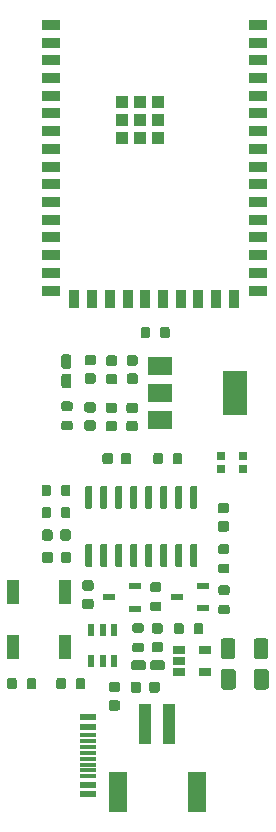
<source format=gbr>
%TF.GenerationSoftware,KiCad,Pcbnew,5.1.5+dfsg1-2build2*%
%TF.CreationDate,2021-06-08T17:36:12+05:30*%
%TF.ProjectId,ESP32-S2,45535033-322d-4533-922e-6b696361645f,rev?*%
%TF.SameCoordinates,Original*%
%TF.FileFunction,Paste,Top*%
%TF.FilePolarity,Positive*%
%FSLAX46Y46*%
G04 Gerber Fmt 4.6, Leading zero omitted, Abs format (unit mm)*
G04 Created by KiCad (PCBNEW 5.1.5+dfsg1-2build2) date 2021-06-08 17:36:12*
%MOMM*%
%LPD*%
G04 APERTURE LIST*
%ADD10R,1.100000X1.100000*%
%ADD11R,1.500000X0.900000*%
%ADD12R,0.900000X1.500000*%
%ADD13R,1.060000X0.650000*%
%ADD14R,1.450000X0.600000*%
%ADD15R,1.450000X0.300000*%
%ADD16C,0.100000*%
%ADD17R,1.050000X0.600000*%
%ADD18R,1.500000X3.400000*%
%ADD19R,1.000000X3.500000*%
%ADD20R,0.700000X0.700000*%
%ADD21R,0.600000X1.125000*%
%ADD22R,1.000000X2.000000*%
%ADD23R,2.000000X1.500000*%
%ADD24R,2.000000X3.800000*%
G04 APERTURE END LIST*
D10*
X148010000Y-74750000D03*
X149510000Y-74750000D03*
X151010000Y-74750000D03*
X151010000Y-76250000D03*
X151010000Y-77750000D03*
X149510000Y-77750000D03*
X148010000Y-77750000D03*
X148010000Y-76250000D03*
X149510000Y-76250000D03*
D11*
X159450000Y-68200000D03*
X159450000Y-69700000D03*
X159450000Y-71200000D03*
X159450000Y-72700000D03*
X159450000Y-74200000D03*
X159450000Y-75700000D03*
X159450000Y-77200000D03*
X159450000Y-78700000D03*
X159450000Y-80200000D03*
X159450000Y-81700000D03*
X159450000Y-83200000D03*
X159450000Y-84700000D03*
X159450000Y-86200000D03*
X159450000Y-87700000D03*
X159450000Y-89200000D03*
X159450000Y-90700000D03*
D12*
X157450000Y-91450000D03*
X155950000Y-91450000D03*
X154450000Y-91450000D03*
X152950000Y-91450000D03*
X151450000Y-91450000D03*
X149950000Y-91450000D03*
X148450000Y-91450000D03*
X146950000Y-91450000D03*
X145450000Y-91450000D03*
X143950000Y-91450000D03*
D11*
X141950000Y-90700000D03*
X141950000Y-89200000D03*
X141950000Y-87700000D03*
X141950000Y-86200000D03*
X141950000Y-84700000D03*
X141950000Y-83200000D03*
X141950000Y-81700000D03*
X141950000Y-80200000D03*
X141950000Y-78700000D03*
X141950000Y-77200000D03*
X141950000Y-75700000D03*
X141950000Y-74200000D03*
X141950000Y-72700000D03*
X141950000Y-71200000D03*
X141950000Y-69700000D03*
X141950000Y-68200000D03*
D13*
X154967200Y-121110500D03*
X154967200Y-123010500D03*
X152767200Y-123010500D03*
X152767200Y-122060500D03*
X152767200Y-121110500D03*
D14*
X145119200Y-133324200D03*
X145119200Y-132524200D03*
D15*
X145119200Y-131824200D03*
X145119200Y-131324200D03*
X145119200Y-130824200D03*
X145119200Y-130324200D03*
X145119200Y-128324200D03*
X145119200Y-128824200D03*
X145119200Y-129324200D03*
X145119200Y-129824200D03*
D14*
X145119200Y-127624200D03*
X145119200Y-126824200D03*
D16*
G36*
X157375204Y-122723404D02*
G01*
X157399473Y-122727004D01*
X157423271Y-122732965D01*
X157446371Y-122741230D01*
X157468549Y-122751720D01*
X157489593Y-122764333D01*
X157509298Y-122778947D01*
X157527477Y-122795423D01*
X157543953Y-122813602D01*
X157558567Y-122833307D01*
X157571180Y-122854351D01*
X157581670Y-122876529D01*
X157589935Y-122899629D01*
X157595896Y-122923427D01*
X157599496Y-122947696D01*
X157600700Y-122972200D01*
X157600700Y-124222200D01*
X157599496Y-124246704D01*
X157595896Y-124270973D01*
X157589935Y-124294771D01*
X157581670Y-124317871D01*
X157571180Y-124340049D01*
X157558567Y-124361093D01*
X157543953Y-124380798D01*
X157527477Y-124398977D01*
X157509298Y-124415453D01*
X157489593Y-124430067D01*
X157468549Y-124442680D01*
X157446371Y-124453170D01*
X157423271Y-124461435D01*
X157399473Y-124467396D01*
X157375204Y-124470996D01*
X157350700Y-124472200D01*
X156600700Y-124472200D01*
X156576196Y-124470996D01*
X156551927Y-124467396D01*
X156528129Y-124461435D01*
X156505029Y-124453170D01*
X156482851Y-124442680D01*
X156461807Y-124430067D01*
X156442102Y-124415453D01*
X156423923Y-124398977D01*
X156407447Y-124380798D01*
X156392833Y-124361093D01*
X156380220Y-124340049D01*
X156369730Y-124317871D01*
X156361465Y-124294771D01*
X156355504Y-124270973D01*
X156351904Y-124246704D01*
X156350700Y-124222200D01*
X156350700Y-122972200D01*
X156351904Y-122947696D01*
X156355504Y-122923427D01*
X156361465Y-122899629D01*
X156369730Y-122876529D01*
X156380220Y-122854351D01*
X156392833Y-122833307D01*
X156407447Y-122813602D01*
X156423923Y-122795423D01*
X156442102Y-122778947D01*
X156461807Y-122764333D01*
X156482851Y-122751720D01*
X156505029Y-122741230D01*
X156528129Y-122732965D01*
X156551927Y-122727004D01*
X156576196Y-122723404D01*
X156600700Y-122722200D01*
X157350700Y-122722200D01*
X157375204Y-122723404D01*
G37*
G36*
X160175204Y-122723404D02*
G01*
X160199473Y-122727004D01*
X160223271Y-122732965D01*
X160246371Y-122741230D01*
X160268549Y-122751720D01*
X160289593Y-122764333D01*
X160309298Y-122778947D01*
X160327477Y-122795423D01*
X160343953Y-122813602D01*
X160358567Y-122833307D01*
X160371180Y-122854351D01*
X160381670Y-122876529D01*
X160389935Y-122899629D01*
X160395896Y-122923427D01*
X160399496Y-122947696D01*
X160400700Y-122972200D01*
X160400700Y-124222200D01*
X160399496Y-124246704D01*
X160395896Y-124270973D01*
X160389935Y-124294771D01*
X160381670Y-124317871D01*
X160371180Y-124340049D01*
X160358567Y-124361093D01*
X160343953Y-124380798D01*
X160327477Y-124398977D01*
X160309298Y-124415453D01*
X160289593Y-124430067D01*
X160268549Y-124442680D01*
X160246371Y-124453170D01*
X160223271Y-124461435D01*
X160199473Y-124467396D01*
X160175204Y-124470996D01*
X160150700Y-124472200D01*
X159400700Y-124472200D01*
X159376196Y-124470996D01*
X159351927Y-124467396D01*
X159328129Y-124461435D01*
X159305029Y-124453170D01*
X159282851Y-124442680D01*
X159261807Y-124430067D01*
X159242102Y-124415453D01*
X159223923Y-124398977D01*
X159207447Y-124380798D01*
X159192833Y-124361093D01*
X159180220Y-124340049D01*
X159169730Y-124317871D01*
X159161465Y-124294771D01*
X159155504Y-124270973D01*
X159151904Y-124246704D01*
X159150700Y-124222200D01*
X159150700Y-122972200D01*
X159151904Y-122947696D01*
X159155504Y-122923427D01*
X159161465Y-122899629D01*
X159169730Y-122876529D01*
X159180220Y-122854351D01*
X159192833Y-122833307D01*
X159207447Y-122813602D01*
X159223923Y-122795423D01*
X159242102Y-122778947D01*
X159261807Y-122764333D01*
X159282851Y-122751720D01*
X159305029Y-122741230D01*
X159328129Y-122732965D01*
X159351927Y-122727004D01*
X159376196Y-122723404D01*
X159400700Y-122722200D01*
X160150700Y-122722200D01*
X160175204Y-122723404D01*
G37*
G36*
X141781003Y-107133863D02*
G01*
X141800418Y-107136743D01*
X141819457Y-107141512D01*
X141837937Y-107148124D01*
X141855679Y-107156516D01*
X141872514Y-107166606D01*
X141888279Y-107178298D01*
X141902821Y-107191479D01*
X141916002Y-107206021D01*
X141927694Y-107221786D01*
X141937784Y-107238621D01*
X141946176Y-107256363D01*
X141952788Y-107274843D01*
X141957557Y-107293882D01*
X141960437Y-107313297D01*
X141961400Y-107332900D01*
X141961400Y-107882900D01*
X141960437Y-107902503D01*
X141957557Y-107921918D01*
X141952788Y-107940957D01*
X141946176Y-107959437D01*
X141937784Y-107977179D01*
X141927694Y-107994014D01*
X141916002Y-108009779D01*
X141902821Y-108024321D01*
X141888279Y-108037502D01*
X141872514Y-108049194D01*
X141855679Y-108059284D01*
X141837937Y-108067676D01*
X141819457Y-108074288D01*
X141800418Y-108079057D01*
X141781003Y-108081937D01*
X141761400Y-108082900D01*
X141361400Y-108082900D01*
X141341797Y-108081937D01*
X141322382Y-108079057D01*
X141303343Y-108074288D01*
X141284863Y-108067676D01*
X141267121Y-108059284D01*
X141250286Y-108049194D01*
X141234521Y-108037502D01*
X141219979Y-108024321D01*
X141206798Y-108009779D01*
X141195106Y-107994014D01*
X141185016Y-107977179D01*
X141176624Y-107959437D01*
X141170012Y-107940957D01*
X141165243Y-107921918D01*
X141162363Y-107902503D01*
X141161400Y-107882900D01*
X141161400Y-107332900D01*
X141162363Y-107313297D01*
X141165243Y-107293882D01*
X141170012Y-107274843D01*
X141176624Y-107256363D01*
X141185016Y-107238621D01*
X141195106Y-107221786D01*
X141206798Y-107206021D01*
X141219979Y-107191479D01*
X141234521Y-107178298D01*
X141250286Y-107166606D01*
X141267121Y-107156516D01*
X141284863Y-107148124D01*
X141303343Y-107141512D01*
X141322382Y-107136743D01*
X141341797Y-107133863D01*
X141361400Y-107132900D01*
X141761400Y-107132900D01*
X141781003Y-107133863D01*
G37*
G36*
X143431003Y-107133863D02*
G01*
X143450418Y-107136743D01*
X143469457Y-107141512D01*
X143487937Y-107148124D01*
X143505679Y-107156516D01*
X143522514Y-107166606D01*
X143538279Y-107178298D01*
X143552821Y-107191479D01*
X143566002Y-107206021D01*
X143577694Y-107221786D01*
X143587784Y-107238621D01*
X143596176Y-107256363D01*
X143602788Y-107274843D01*
X143607557Y-107293882D01*
X143610437Y-107313297D01*
X143611400Y-107332900D01*
X143611400Y-107882900D01*
X143610437Y-107902503D01*
X143607557Y-107921918D01*
X143602788Y-107940957D01*
X143596176Y-107959437D01*
X143587784Y-107977179D01*
X143577694Y-107994014D01*
X143566002Y-108009779D01*
X143552821Y-108024321D01*
X143538279Y-108037502D01*
X143522514Y-108049194D01*
X143505679Y-108059284D01*
X143487937Y-108067676D01*
X143469457Y-108074288D01*
X143450418Y-108079057D01*
X143431003Y-108081937D01*
X143411400Y-108082900D01*
X143011400Y-108082900D01*
X142991797Y-108081937D01*
X142972382Y-108079057D01*
X142953343Y-108074288D01*
X142934863Y-108067676D01*
X142917121Y-108059284D01*
X142900286Y-108049194D01*
X142884521Y-108037502D01*
X142869979Y-108024321D01*
X142856798Y-108009779D01*
X142845106Y-107994014D01*
X142835016Y-107977179D01*
X142826624Y-107959437D01*
X142820012Y-107940957D01*
X142815243Y-107921918D01*
X142812363Y-107902503D01*
X142811400Y-107882900D01*
X142811400Y-107332900D01*
X142812363Y-107313297D01*
X142815243Y-107293882D01*
X142820012Y-107274843D01*
X142826624Y-107256363D01*
X142835016Y-107238621D01*
X142845106Y-107221786D01*
X142856798Y-107206021D01*
X142869979Y-107191479D01*
X142884521Y-107178298D01*
X142900286Y-107166606D01*
X142917121Y-107156516D01*
X142934863Y-107148124D01*
X142953343Y-107141512D01*
X142972382Y-107136743D01*
X142991797Y-107133863D01*
X143011400Y-107132900D01*
X143411400Y-107132900D01*
X143431003Y-107133863D01*
G37*
G36*
X151404829Y-122004823D02*
G01*
X151425457Y-122007883D01*
X151445685Y-122012950D01*
X151465320Y-122019976D01*
X151484172Y-122028892D01*
X151502059Y-122039613D01*
X151518809Y-122052035D01*
X151534260Y-122066040D01*
X151548265Y-122081491D01*
X151560687Y-122098241D01*
X151571408Y-122116128D01*
X151580324Y-122134980D01*
X151587350Y-122154615D01*
X151592417Y-122174843D01*
X151595477Y-122195471D01*
X151596500Y-122216300D01*
X151596500Y-122641300D01*
X151595477Y-122662129D01*
X151592417Y-122682757D01*
X151587350Y-122702985D01*
X151580324Y-122722620D01*
X151571408Y-122741472D01*
X151560687Y-122759359D01*
X151548265Y-122776109D01*
X151534260Y-122791560D01*
X151518809Y-122805565D01*
X151502059Y-122817987D01*
X151484172Y-122828708D01*
X151465320Y-122837624D01*
X151445685Y-122844650D01*
X151425457Y-122849717D01*
X151404829Y-122852777D01*
X151384000Y-122853800D01*
X150584000Y-122853800D01*
X150563171Y-122852777D01*
X150542543Y-122849717D01*
X150522315Y-122844650D01*
X150502680Y-122837624D01*
X150483828Y-122828708D01*
X150465941Y-122817987D01*
X150449191Y-122805565D01*
X150433740Y-122791560D01*
X150419735Y-122776109D01*
X150407313Y-122759359D01*
X150396592Y-122741472D01*
X150387676Y-122722620D01*
X150380650Y-122702985D01*
X150375583Y-122682757D01*
X150372523Y-122662129D01*
X150371500Y-122641300D01*
X150371500Y-122216300D01*
X150372523Y-122195471D01*
X150375583Y-122174843D01*
X150380650Y-122154615D01*
X150387676Y-122134980D01*
X150396592Y-122116128D01*
X150407313Y-122098241D01*
X150419735Y-122081491D01*
X150433740Y-122066040D01*
X150449191Y-122052035D01*
X150465941Y-122039613D01*
X150483828Y-122028892D01*
X150502680Y-122019976D01*
X150522315Y-122012950D01*
X150542543Y-122007883D01*
X150563171Y-122004823D01*
X150584000Y-122003800D01*
X151384000Y-122003800D01*
X151404829Y-122004823D01*
G37*
G36*
X149779829Y-122004823D02*
G01*
X149800457Y-122007883D01*
X149820685Y-122012950D01*
X149840320Y-122019976D01*
X149859172Y-122028892D01*
X149877059Y-122039613D01*
X149893809Y-122052035D01*
X149909260Y-122066040D01*
X149923265Y-122081491D01*
X149935687Y-122098241D01*
X149946408Y-122116128D01*
X149955324Y-122134980D01*
X149962350Y-122154615D01*
X149967417Y-122174843D01*
X149970477Y-122195471D01*
X149971500Y-122216300D01*
X149971500Y-122641300D01*
X149970477Y-122662129D01*
X149967417Y-122682757D01*
X149962350Y-122702985D01*
X149955324Y-122722620D01*
X149946408Y-122741472D01*
X149935687Y-122759359D01*
X149923265Y-122776109D01*
X149909260Y-122791560D01*
X149893809Y-122805565D01*
X149877059Y-122817987D01*
X149859172Y-122828708D01*
X149840320Y-122837624D01*
X149820685Y-122844650D01*
X149800457Y-122849717D01*
X149779829Y-122852777D01*
X149759000Y-122853800D01*
X148959000Y-122853800D01*
X148938171Y-122852777D01*
X148917543Y-122849717D01*
X148897315Y-122844650D01*
X148877680Y-122837624D01*
X148858828Y-122828708D01*
X148840941Y-122817987D01*
X148824191Y-122805565D01*
X148808740Y-122791560D01*
X148794735Y-122776109D01*
X148782313Y-122759359D01*
X148771592Y-122741472D01*
X148762676Y-122722620D01*
X148755650Y-122702985D01*
X148750583Y-122682757D01*
X148747523Y-122662129D01*
X148746500Y-122641300D01*
X148746500Y-122216300D01*
X148747523Y-122195471D01*
X148750583Y-122174843D01*
X148755650Y-122154615D01*
X148762676Y-122134980D01*
X148771592Y-122116128D01*
X148782313Y-122098241D01*
X148794735Y-122081491D01*
X148808740Y-122066040D01*
X148824191Y-122052035D01*
X148840941Y-122039613D01*
X148858828Y-122028892D01*
X148877680Y-122019976D01*
X148897315Y-122012950D01*
X148917543Y-122007883D01*
X148938171Y-122004823D01*
X148959000Y-122003800D01*
X149759000Y-122003800D01*
X149779829Y-122004823D01*
G37*
D17*
X146912500Y-116675700D03*
X149112500Y-115725700D03*
X149112500Y-117625700D03*
X152614800Y-116650300D03*
X154814800Y-115700300D03*
X154814800Y-117600300D03*
D16*
G36*
X147612011Y-125385893D02*
G01*
X147633246Y-125389043D01*
X147654070Y-125394259D01*
X147674282Y-125401491D01*
X147693688Y-125410670D01*
X147712101Y-125421706D01*
X147729344Y-125434494D01*
X147745250Y-125448910D01*
X147759666Y-125464816D01*
X147772454Y-125482059D01*
X147783490Y-125500472D01*
X147792669Y-125519878D01*
X147799901Y-125540090D01*
X147805117Y-125560914D01*
X147808267Y-125582149D01*
X147809320Y-125603590D01*
X147809320Y-126041090D01*
X147808267Y-126062531D01*
X147805117Y-126083766D01*
X147799901Y-126104590D01*
X147792669Y-126124802D01*
X147783490Y-126144208D01*
X147772454Y-126162621D01*
X147759666Y-126179864D01*
X147745250Y-126195770D01*
X147729344Y-126210186D01*
X147712101Y-126222974D01*
X147693688Y-126234010D01*
X147674282Y-126243189D01*
X147654070Y-126250421D01*
X147633246Y-126255637D01*
X147612011Y-126258787D01*
X147590570Y-126259840D01*
X147078070Y-126259840D01*
X147056629Y-126258787D01*
X147035394Y-126255637D01*
X147014570Y-126250421D01*
X146994358Y-126243189D01*
X146974952Y-126234010D01*
X146956539Y-126222974D01*
X146939296Y-126210186D01*
X146923390Y-126195770D01*
X146908974Y-126179864D01*
X146896186Y-126162621D01*
X146885150Y-126144208D01*
X146875971Y-126124802D01*
X146868739Y-126104590D01*
X146863523Y-126083766D01*
X146860373Y-126062531D01*
X146859320Y-126041090D01*
X146859320Y-125603590D01*
X146860373Y-125582149D01*
X146863523Y-125560914D01*
X146868739Y-125540090D01*
X146875971Y-125519878D01*
X146885150Y-125500472D01*
X146896186Y-125482059D01*
X146908974Y-125464816D01*
X146923390Y-125448910D01*
X146939296Y-125434494D01*
X146956539Y-125421706D01*
X146974952Y-125410670D01*
X146994358Y-125401491D01*
X147014570Y-125394259D01*
X147035394Y-125389043D01*
X147056629Y-125385893D01*
X147078070Y-125384840D01*
X147590570Y-125384840D01*
X147612011Y-125385893D01*
G37*
G36*
X147612011Y-123810893D02*
G01*
X147633246Y-123814043D01*
X147654070Y-123819259D01*
X147674282Y-123826491D01*
X147693688Y-123835670D01*
X147712101Y-123846706D01*
X147729344Y-123859494D01*
X147745250Y-123873910D01*
X147759666Y-123889816D01*
X147772454Y-123907059D01*
X147783490Y-123925472D01*
X147792669Y-123944878D01*
X147799901Y-123965090D01*
X147805117Y-123985914D01*
X147808267Y-124007149D01*
X147809320Y-124028590D01*
X147809320Y-124466090D01*
X147808267Y-124487531D01*
X147805117Y-124508766D01*
X147799901Y-124529590D01*
X147792669Y-124549802D01*
X147783490Y-124569208D01*
X147772454Y-124587621D01*
X147759666Y-124604864D01*
X147745250Y-124620770D01*
X147729344Y-124635186D01*
X147712101Y-124647974D01*
X147693688Y-124659010D01*
X147674282Y-124668189D01*
X147654070Y-124675421D01*
X147633246Y-124680637D01*
X147612011Y-124683787D01*
X147590570Y-124684840D01*
X147078070Y-124684840D01*
X147056629Y-124683787D01*
X147035394Y-124680637D01*
X147014570Y-124675421D01*
X146994358Y-124668189D01*
X146974952Y-124659010D01*
X146956539Y-124647974D01*
X146939296Y-124635186D01*
X146923390Y-124620770D01*
X146908974Y-124604864D01*
X146896186Y-124587621D01*
X146885150Y-124569208D01*
X146875971Y-124549802D01*
X146868739Y-124529590D01*
X146863523Y-124508766D01*
X146860373Y-124487531D01*
X146859320Y-124466090D01*
X146859320Y-124028590D01*
X146860373Y-124007149D01*
X146863523Y-123985914D01*
X146868739Y-123965090D01*
X146875971Y-123944878D01*
X146885150Y-123925472D01*
X146896186Y-123907059D01*
X146908974Y-123889816D01*
X146923390Y-123873910D01*
X146939296Y-123859494D01*
X146956539Y-123846706D01*
X146974952Y-123835670D01*
X146994358Y-123826491D01*
X147014570Y-123819259D01*
X147035394Y-123814043D01*
X147056629Y-123810893D01*
X147078070Y-123809840D01*
X147590570Y-123809840D01*
X147612011Y-123810893D01*
G37*
G36*
X149390511Y-123803973D02*
G01*
X149411746Y-123807123D01*
X149432570Y-123812339D01*
X149452782Y-123819571D01*
X149472188Y-123828750D01*
X149490601Y-123839786D01*
X149507844Y-123852574D01*
X149523750Y-123866990D01*
X149538166Y-123882896D01*
X149550954Y-123900139D01*
X149561990Y-123918552D01*
X149571169Y-123937958D01*
X149578401Y-123958170D01*
X149583617Y-123978994D01*
X149586767Y-124000229D01*
X149587820Y-124021670D01*
X149587820Y-124534170D01*
X149586767Y-124555611D01*
X149583617Y-124576846D01*
X149578401Y-124597670D01*
X149571169Y-124617882D01*
X149561990Y-124637288D01*
X149550954Y-124655701D01*
X149538166Y-124672944D01*
X149523750Y-124688850D01*
X149507844Y-124703266D01*
X149490601Y-124716054D01*
X149472188Y-124727090D01*
X149452782Y-124736269D01*
X149432570Y-124743501D01*
X149411746Y-124748717D01*
X149390511Y-124751867D01*
X149369070Y-124752920D01*
X148931570Y-124752920D01*
X148910129Y-124751867D01*
X148888894Y-124748717D01*
X148868070Y-124743501D01*
X148847858Y-124736269D01*
X148828452Y-124727090D01*
X148810039Y-124716054D01*
X148792796Y-124703266D01*
X148776890Y-124688850D01*
X148762474Y-124672944D01*
X148749686Y-124655701D01*
X148738650Y-124637288D01*
X148729471Y-124617882D01*
X148722239Y-124597670D01*
X148717023Y-124576846D01*
X148713873Y-124555611D01*
X148712820Y-124534170D01*
X148712820Y-124021670D01*
X148713873Y-124000229D01*
X148717023Y-123978994D01*
X148722239Y-123958170D01*
X148729471Y-123937958D01*
X148738650Y-123918552D01*
X148749686Y-123900139D01*
X148762474Y-123882896D01*
X148776890Y-123866990D01*
X148792796Y-123852574D01*
X148810039Y-123839786D01*
X148828452Y-123828750D01*
X148847858Y-123819571D01*
X148868070Y-123812339D01*
X148888894Y-123807123D01*
X148910129Y-123803973D01*
X148931570Y-123802920D01*
X149369070Y-123802920D01*
X149390511Y-123803973D01*
G37*
G36*
X150965511Y-123803973D02*
G01*
X150986746Y-123807123D01*
X151007570Y-123812339D01*
X151027782Y-123819571D01*
X151047188Y-123828750D01*
X151065601Y-123839786D01*
X151082844Y-123852574D01*
X151098750Y-123866990D01*
X151113166Y-123882896D01*
X151125954Y-123900139D01*
X151136990Y-123918552D01*
X151146169Y-123937958D01*
X151153401Y-123958170D01*
X151158617Y-123978994D01*
X151161767Y-124000229D01*
X151162820Y-124021670D01*
X151162820Y-124534170D01*
X151161767Y-124555611D01*
X151158617Y-124576846D01*
X151153401Y-124597670D01*
X151146169Y-124617882D01*
X151136990Y-124637288D01*
X151125954Y-124655701D01*
X151113166Y-124672944D01*
X151098750Y-124688850D01*
X151082844Y-124703266D01*
X151065601Y-124716054D01*
X151047188Y-124727090D01*
X151027782Y-124736269D01*
X151007570Y-124743501D01*
X150986746Y-124748717D01*
X150965511Y-124751867D01*
X150944070Y-124752920D01*
X150506570Y-124752920D01*
X150485129Y-124751867D01*
X150463894Y-124748717D01*
X150443070Y-124743501D01*
X150422858Y-124736269D01*
X150403452Y-124727090D01*
X150385039Y-124716054D01*
X150367796Y-124703266D01*
X150351890Y-124688850D01*
X150337474Y-124672944D01*
X150324686Y-124655701D01*
X150313650Y-124637288D01*
X150304471Y-124617882D01*
X150297239Y-124597670D01*
X150292023Y-124576846D01*
X150288873Y-124555611D01*
X150287820Y-124534170D01*
X150287820Y-124021670D01*
X150288873Y-124000229D01*
X150292023Y-123978994D01*
X150297239Y-123958170D01*
X150304471Y-123937958D01*
X150313650Y-123918552D01*
X150324686Y-123900139D01*
X150337474Y-123882896D01*
X150351890Y-123866990D01*
X150367796Y-123852574D01*
X150385039Y-123839786D01*
X150403452Y-123828750D01*
X150422858Y-123819571D01*
X150443070Y-123812339D01*
X150463894Y-123807123D01*
X150485129Y-123803973D01*
X150506570Y-123802920D01*
X150944070Y-123802920D01*
X150965511Y-123803973D01*
G37*
D18*
X147596200Y-133157200D03*
X154296200Y-133157200D03*
D19*
X149946200Y-127407200D03*
X151946200Y-127407200D03*
D20*
X156350720Y-105777920D03*
X156350720Y-104677920D03*
X158180720Y-104677920D03*
X158180720Y-105777920D03*
D16*
G36*
X151236591Y-120430353D02*
G01*
X151257826Y-120433503D01*
X151278650Y-120438719D01*
X151298862Y-120445951D01*
X151318268Y-120455130D01*
X151336681Y-120466166D01*
X151353924Y-120478954D01*
X151369830Y-120493370D01*
X151384246Y-120509276D01*
X151397034Y-120526519D01*
X151408070Y-120544932D01*
X151417249Y-120564338D01*
X151424481Y-120584550D01*
X151429697Y-120605374D01*
X151432847Y-120626609D01*
X151433900Y-120648050D01*
X151433900Y-121085550D01*
X151432847Y-121106991D01*
X151429697Y-121128226D01*
X151424481Y-121149050D01*
X151417249Y-121169262D01*
X151408070Y-121188668D01*
X151397034Y-121207081D01*
X151384246Y-121224324D01*
X151369830Y-121240230D01*
X151353924Y-121254646D01*
X151336681Y-121267434D01*
X151318268Y-121278470D01*
X151298862Y-121287649D01*
X151278650Y-121294881D01*
X151257826Y-121300097D01*
X151236591Y-121303247D01*
X151215150Y-121304300D01*
X150702650Y-121304300D01*
X150681209Y-121303247D01*
X150659974Y-121300097D01*
X150639150Y-121294881D01*
X150618938Y-121287649D01*
X150599532Y-121278470D01*
X150581119Y-121267434D01*
X150563876Y-121254646D01*
X150547970Y-121240230D01*
X150533554Y-121224324D01*
X150520766Y-121207081D01*
X150509730Y-121188668D01*
X150500551Y-121169262D01*
X150493319Y-121149050D01*
X150488103Y-121128226D01*
X150484953Y-121106991D01*
X150483900Y-121085550D01*
X150483900Y-120648050D01*
X150484953Y-120626609D01*
X150488103Y-120605374D01*
X150493319Y-120584550D01*
X150500551Y-120564338D01*
X150509730Y-120544932D01*
X150520766Y-120526519D01*
X150533554Y-120509276D01*
X150547970Y-120493370D01*
X150563876Y-120478954D01*
X150581119Y-120466166D01*
X150599532Y-120455130D01*
X150618938Y-120445951D01*
X150639150Y-120438719D01*
X150659974Y-120433503D01*
X150681209Y-120430353D01*
X150702650Y-120429300D01*
X151215150Y-120429300D01*
X151236591Y-120430353D01*
G37*
G36*
X151236591Y-118855353D02*
G01*
X151257826Y-118858503D01*
X151278650Y-118863719D01*
X151298862Y-118870951D01*
X151318268Y-118880130D01*
X151336681Y-118891166D01*
X151353924Y-118903954D01*
X151369830Y-118918370D01*
X151384246Y-118934276D01*
X151397034Y-118951519D01*
X151408070Y-118969932D01*
X151417249Y-118989338D01*
X151424481Y-119009550D01*
X151429697Y-119030374D01*
X151432847Y-119051609D01*
X151433900Y-119073050D01*
X151433900Y-119510550D01*
X151432847Y-119531991D01*
X151429697Y-119553226D01*
X151424481Y-119574050D01*
X151417249Y-119594262D01*
X151408070Y-119613668D01*
X151397034Y-119632081D01*
X151384246Y-119649324D01*
X151369830Y-119665230D01*
X151353924Y-119679646D01*
X151336681Y-119692434D01*
X151318268Y-119703470D01*
X151298862Y-119712649D01*
X151278650Y-119719881D01*
X151257826Y-119725097D01*
X151236591Y-119728247D01*
X151215150Y-119729300D01*
X150702650Y-119729300D01*
X150681209Y-119728247D01*
X150659974Y-119725097D01*
X150639150Y-119719881D01*
X150618938Y-119712649D01*
X150599532Y-119703470D01*
X150581119Y-119692434D01*
X150563876Y-119679646D01*
X150547970Y-119665230D01*
X150533554Y-119649324D01*
X150520766Y-119632081D01*
X150509730Y-119613668D01*
X150500551Y-119594262D01*
X150493319Y-119574050D01*
X150488103Y-119553226D01*
X150484953Y-119531991D01*
X150483900Y-119510550D01*
X150483900Y-119073050D01*
X150484953Y-119051609D01*
X150488103Y-119030374D01*
X150493319Y-119009550D01*
X150500551Y-118989338D01*
X150509730Y-118969932D01*
X150520766Y-118951519D01*
X150533554Y-118934276D01*
X150547970Y-118918370D01*
X150563876Y-118903954D01*
X150581119Y-118891166D01*
X150599532Y-118880130D01*
X150618938Y-118870951D01*
X150639150Y-118863719D01*
X150659974Y-118858503D01*
X150681209Y-118855353D01*
X150702650Y-118854300D01*
X151215150Y-118854300D01*
X151236591Y-118855353D01*
G37*
D21*
X147286100Y-122089800D03*
X146336100Y-122089800D03*
X145386100Y-122089800D03*
X145386100Y-119465800D03*
X146336100Y-119465800D03*
X147286100Y-119465800D03*
D16*
G36*
X151255203Y-104454163D02*
G01*
X151274618Y-104457043D01*
X151293657Y-104461812D01*
X151312137Y-104468424D01*
X151329879Y-104476816D01*
X151346714Y-104486906D01*
X151362479Y-104498598D01*
X151377021Y-104511779D01*
X151390202Y-104526321D01*
X151401894Y-104542086D01*
X151411984Y-104558921D01*
X151420376Y-104576663D01*
X151426988Y-104595143D01*
X151431757Y-104614182D01*
X151434637Y-104633597D01*
X151435600Y-104653200D01*
X151435600Y-105203200D01*
X151434637Y-105222803D01*
X151431757Y-105242218D01*
X151426988Y-105261257D01*
X151420376Y-105279737D01*
X151411984Y-105297479D01*
X151401894Y-105314314D01*
X151390202Y-105330079D01*
X151377021Y-105344621D01*
X151362479Y-105357802D01*
X151346714Y-105369494D01*
X151329879Y-105379584D01*
X151312137Y-105387976D01*
X151293657Y-105394588D01*
X151274618Y-105399357D01*
X151255203Y-105402237D01*
X151235600Y-105403200D01*
X150835600Y-105403200D01*
X150815997Y-105402237D01*
X150796582Y-105399357D01*
X150777543Y-105394588D01*
X150759063Y-105387976D01*
X150741321Y-105379584D01*
X150724486Y-105369494D01*
X150708721Y-105357802D01*
X150694179Y-105344621D01*
X150680998Y-105330079D01*
X150669306Y-105314314D01*
X150659216Y-105297479D01*
X150650824Y-105279737D01*
X150644212Y-105261257D01*
X150639443Y-105242218D01*
X150636563Y-105222803D01*
X150635600Y-105203200D01*
X150635600Y-104653200D01*
X150636563Y-104633597D01*
X150639443Y-104614182D01*
X150644212Y-104595143D01*
X150650824Y-104576663D01*
X150659216Y-104558921D01*
X150669306Y-104542086D01*
X150680998Y-104526321D01*
X150694179Y-104511779D01*
X150708721Y-104498598D01*
X150724486Y-104486906D01*
X150741321Y-104476816D01*
X150759063Y-104468424D01*
X150777543Y-104461812D01*
X150796582Y-104457043D01*
X150815997Y-104454163D01*
X150835600Y-104453200D01*
X151235600Y-104453200D01*
X151255203Y-104454163D01*
G37*
G36*
X152905203Y-104454163D02*
G01*
X152924618Y-104457043D01*
X152943657Y-104461812D01*
X152962137Y-104468424D01*
X152979879Y-104476816D01*
X152996714Y-104486906D01*
X153012479Y-104498598D01*
X153027021Y-104511779D01*
X153040202Y-104526321D01*
X153051894Y-104542086D01*
X153061984Y-104558921D01*
X153070376Y-104576663D01*
X153076988Y-104595143D01*
X153081757Y-104614182D01*
X153084637Y-104633597D01*
X153085600Y-104653200D01*
X153085600Y-105203200D01*
X153084637Y-105222803D01*
X153081757Y-105242218D01*
X153076988Y-105261257D01*
X153070376Y-105279737D01*
X153061984Y-105297479D01*
X153051894Y-105314314D01*
X153040202Y-105330079D01*
X153027021Y-105344621D01*
X153012479Y-105357802D01*
X152996714Y-105369494D01*
X152979879Y-105379584D01*
X152962137Y-105387976D01*
X152943657Y-105394588D01*
X152924618Y-105399357D01*
X152905203Y-105402237D01*
X152885600Y-105403200D01*
X152485600Y-105403200D01*
X152465997Y-105402237D01*
X152446582Y-105399357D01*
X152427543Y-105394588D01*
X152409063Y-105387976D01*
X152391321Y-105379584D01*
X152374486Y-105369494D01*
X152358721Y-105357802D01*
X152344179Y-105344621D01*
X152330998Y-105330079D01*
X152319306Y-105314314D01*
X152309216Y-105297479D01*
X152300824Y-105279737D01*
X152294212Y-105261257D01*
X152289443Y-105242218D01*
X152286563Y-105222803D01*
X152285600Y-105203200D01*
X152285600Y-104653200D01*
X152286563Y-104633597D01*
X152289443Y-104614182D01*
X152294212Y-104595143D01*
X152300824Y-104576663D01*
X152309216Y-104558921D01*
X152319306Y-104542086D01*
X152330998Y-104526321D01*
X152344179Y-104511779D01*
X152358721Y-104498598D01*
X152374486Y-104486906D01*
X152391321Y-104476816D01*
X152409063Y-104468424D01*
X152427543Y-104461812D01*
X152446582Y-104457043D01*
X152465997Y-104454163D01*
X152485600Y-104453200D01*
X152885600Y-104453200D01*
X152905203Y-104454163D01*
G37*
G36*
X149627903Y-118867963D02*
G01*
X149647318Y-118870843D01*
X149666357Y-118875612D01*
X149684837Y-118882224D01*
X149702579Y-118890616D01*
X149719414Y-118900706D01*
X149735179Y-118912398D01*
X149749721Y-118925579D01*
X149762902Y-118940121D01*
X149774594Y-118955886D01*
X149784684Y-118972721D01*
X149793076Y-118990463D01*
X149799688Y-119008943D01*
X149804457Y-119027982D01*
X149807337Y-119047397D01*
X149808300Y-119067000D01*
X149808300Y-119467000D01*
X149807337Y-119486603D01*
X149804457Y-119506018D01*
X149799688Y-119525057D01*
X149793076Y-119543537D01*
X149784684Y-119561279D01*
X149774594Y-119578114D01*
X149762902Y-119593879D01*
X149749721Y-119608421D01*
X149735179Y-119621602D01*
X149719414Y-119633294D01*
X149702579Y-119643384D01*
X149684837Y-119651776D01*
X149666357Y-119658388D01*
X149647318Y-119663157D01*
X149627903Y-119666037D01*
X149608300Y-119667000D01*
X149058300Y-119667000D01*
X149038697Y-119666037D01*
X149019282Y-119663157D01*
X149000243Y-119658388D01*
X148981763Y-119651776D01*
X148964021Y-119643384D01*
X148947186Y-119633294D01*
X148931421Y-119621602D01*
X148916879Y-119608421D01*
X148903698Y-119593879D01*
X148892006Y-119578114D01*
X148881916Y-119561279D01*
X148873524Y-119543537D01*
X148866912Y-119525057D01*
X148862143Y-119506018D01*
X148859263Y-119486603D01*
X148858300Y-119467000D01*
X148858300Y-119067000D01*
X148859263Y-119047397D01*
X148862143Y-119027982D01*
X148866912Y-119008943D01*
X148873524Y-118990463D01*
X148881916Y-118972721D01*
X148892006Y-118955886D01*
X148903698Y-118940121D01*
X148916879Y-118925579D01*
X148931421Y-118912398D01*
X148947186Y-118900706D01*
X148964021Y-118890616D01*
X148981763Y-118882224D01*
X149000243Y-118875612D01*
X149019282Y-118870843D01*
X149038697Y-118867963D01*
X149058300Y-118867000D01*
X149608300Y-118867000D01*
X149627903Y-118867963D01*
G37*
G36*
X149627903Y-120517963D02*
G01*
X149647318Y-120520843D01*
X149666357Y-120525612D01*
X149684837Y-120532224D01*
X149702579Y-120540616D01*
X149719414Y-120550706D01*
X149735179Y-120562398D01*
X149749721Y-120575579D01*
X149762902Y-120590121D01*
X149774594Y-120605886D01*
X149784684Y-120622721D01*
X149793076Y-120640463D01*
X149799688Y-120658943D01*
X149804457Y-120677982D01*
X149807337Y-120697397D01*
X149808300Y-120717000D01*
X149808300Y-121117000D01*
X149807337Y-121136603D01*
X149804457Y-121156018D01*
X149799688Y-121175057D01*
X149793076Y-121193537D01*
X149784684Y-121211279D01*
X149774594Y-121228114D01*
X149762902Y-121243879D01*
X149749721Y-121258421D01*
X149735179Y-121271602D01*
X149719414Y-121283294D01*
X149702579Y-121293384D01*
X149684837Y-121301776D01*
X149666357Y-121308388D01*
X149647318Y-121313157D01*
X149627903Y-121316037D01*
X149608300Y-121317000D01*
X149058300Y-121317000D01*
X149038697Y-121316037D01*
X149019282Y-121313157D01*
X149000243Y-121308388D01*
X148981763Y-121301776D01*
X148964021Y-121293384D01*
X148947186Y-121283294D01*
X148931421Y-121271602D01*
X148916879Y-121258421D01*
X148903698Y-121243879D01*
X148892006Y-121228114D01*
X148881916Y-121211279D01*
X148873524Y-121193537D01*
X148866912Y-121175057D01*
X148862143Y-121156018D01*
X148859263Y-121136603D01*
X148858300Y-121117000D01*
X148858300Y-120717000D01*
X148859263Y-120697397D01*
X148862143Y-120677982D01*
X148866912Y-120658943D01*
X148873524Y-120640463D01*
X148881916Y-120622721D01*
X148892006Y-120605886D01*
X148903698Y-120590121D01*
X148916879Y-120575579D01*
X148931421Y-120562398D01*
X148947186Y-120550706D01*
X148964021Y-120540616D01*
X148981763Y-120532224D01*
X149000243Y-120525612D01*
X149019282Y-120520843D01*
X149038697Y-120517963D01*
X149058300Y-120517000D01*
X149608300Y-120517000D01*
X149627903Y-120517963D01*
G37*
G36*
X153007803Y-118855963D02*
G01*
X153027218Y-118858843D01*
X153046257Y-118863612D01*
X153064737Y-118870224D01*
X153082479Y-118878616D01*
X153099314Y-118888706D01*
X153115079Y-118900398D01*
X153129621Y-118913579D01*
X153142802Y-118928121D01*
X153154494Y-118943886D01*
X153164584Y-118960721D01*
X153172976Y-118978463D01*
X153179588Y-118996943D01*
X153184357Y-119015982D01*
X153187237Y-119035397D01*
X153188200Y-119055000D01*
X153188200Y-119605000D01*
X153187237Y-119624603D01*
X153184357Y-119644018D01*
X153179588Y-119663057D01*
X153172976Y-119681537D01*
X153164584Y-119699279D01*
X153154494Y-119716114D01*
X153142802Y-119731879D01*
X153129621Y-119746421D01*
X153115079Y-119759602D01*
X153099314Y-119771294D01*
X153082479Y-119781384D01*
X153064737Y-119789776D01*
X153046257Y-119796388D01*
X153027218Y-119801157D01*
X153007803Y-119804037D01*
X152988200Y-119805000D01*
X152588200Y-119805000D01*
X152568597Y-119804037D01*
X152549182Y-119801157D01*
X152530143Y-119796388D01*
X152511663Y-119789776D01*
X152493921Y-119781384D01*
X152477086Y-119771294D01*
X152461321Y-119759602D01*
X152446779Y-119746421D01*
X152433598Y-119731879D01*
X152421906Y-119716114D01*
X152411816Y-119699279D01*
X152403424Y-119681537D01*
X152396812Y-119663057D01*
X152392043Y-119644018D01*
X152389163Y-119624603D01*
X152388200Y-119605000D01*
X152388200Y-119055000D01*
X152389163Y-119035397D01*
X152392043Y-119015982D01*
X152396812Y-118996943D01*
X152403424Y-118978463D01*
X152411816Y-118960721D01*
X152421906Y-118943886D01*
X152433598Y-118928121D01*
X152446779Y-118913579D01*
X152461321Y-118900398D01*
X152477086Y-118888706D01*
X152493921Y-118878616D01*
X152511663Y-118870224D01*
X152530143Y-118863612D01*
X152549182Y-118858843D01*
X152568597Y-118855963D01*
X152588200Y-118855000D01*
X152988200Y-118855000D01*
X153007803Y-118855963D01*
G37*
G36*
X154657803Y-118855963D02*
G01*
X154677218Y-118858843D01*
X154696257Y-118863612D01*
X154714737Y-118870224D01*
X154732479Y-118878616D01*
X154749314Y-118888706D01*
X154765079Y-118900398D01*
X154779621Y-118913579D01*
X154792802Y-118928121D01*
X154804494Y-118943886D01*
X154814584Y-118960721D01*
X154822976Y-118978463D01*
X154829588Y-118996943D01*
X154834357Y-119015982D01*
X154837237Y-119035397D01*
X154838200Y-119055000D01*
X154838200Y-119605000D01*
X154837237Y-119624603D01*
X154834357Y-119644018D01*
X154829588Y-119663057D01*
X154822976Y-119681537D01*
X154814584Y-119699279D01*
X154804494Y-119716114D01*
X154792802Y-119731879D01*
X154779621Y-119746421D01*
X154765079Y-119759602D01*
X154749314Y-119771294D01*
X154732479Y-119781384D01*
X154714737Y-119789776D01*
X154696257Y-119796388D01*
X154677218Y-119801157D01*
X154657803Y-119804037D01*
X154638200Y-119805000D01*
X154238200Y-119805000D01*
X154218597Y-119804037D01*
X154199182Y-119801157D01*
X154180143Y-119796388D01*
X154161663Y-119789776D01*
X154143921Y-119781384D01*
X154127086Y-119771294D01*
X154111321Y-119759602D01*
X154096779Y-119746421D01*
X154083598Y-119731879D01*
X154071906Y-119716114D01*
X154061816Y-119699279D01*
X154053424Y-119681537D01*
X154046812Y-119663057D01*
X154042043Y-119644018D01*
X154039163Y-119624603D01*
X154038200Y-119605000D01*
X154038200Y-119055000D01*
X154039163Y-119035397D01*
X154042043Y-119015982D01*
X154046812Y-118996943D01*
X154053424Y-118978463D01*
X154061816Y-118960721D01*
X154071906Y-118943886D01*
X154083598Y-118928121D01*
X154096779Y-118913579D01*
X154111321Y-118900398D01*
X154127086Y-118888706D01*
X154143921Y-118878616D01*
X154161663Y-118870224D01*
X154180143Y-118863612D01*
X154199182Y-118858843D01*
X154218597Y-118855963D01*
X154238200Y-118855000D01*
X154638200Y-118855000D01*
X154657803Y-118855963D01*
G37*
G36*
X147382854Y-97735883D02*
G01*
X147404695Y-97739123D01*
X147426114Y-97744488D01*
X147446904Y-97751927D01*
X147466864Y-97761368D01*
X147485803Y-97772719D01*
X147503538Y-97785873D01*
X147519899Y-97800701D01*
X147534727Y-97817062D01*
X147547881Y-97834797D01*
X147559232Y-97853736D01*
X147568673Y-97873696D01*
X147576112Y-97894486D01*
X147581477Y-97915905D01*
X147584717Y-97937746D01*
X147585800Y-97959800D01*
X147585800Y-98409800D01*
X147584717Y-98431854D01*
X147581477Y-98453695D01*
X147576112Y-98475114D01*
X147568673Y-98495904D01*
X147559232Y-98515864D01*
X147547881Y-98534803D01*
X147534727Y-98552538D01*
X147519899Y-98568899D01*
X147503538Y-98583727D01*
X147485803Y-98596881D01*
X147466864Y-98608232D01*
X147446904Y-98617673D01*
X147426114Y-98625112D01*
X147404695Y-98630477D01*
X147382854Y-98633717D01*
X147360800Y-98634800D01*
X146860800Y-98634800D01*
X146838746Y-98633717D01*
X146816905Y-98630477D01*
X146795486Y-98625112D01*
X146774696Y-98617673D01*
X146754736Y-98608232D01*
X146735797Y-98596881D01*
X146718062Y-98583727D01*
X146701701Y-98568899D01*
X146686873Y-98552538D01*
X146673719Y-98534803D01*
X146662368Y-98515864D01*
X146652927Y-98495904D01*
X146645488Y-98475114D01*
X146640123Y-98453695D01*
X146636883Y-98431854D01*
X146635800Y-98409800D01*
X146635800Y-97959800D01*
X146636883Y-97937746D01*
X146640123Y-97915905D01*
X146645488Y-97894486D01*
X146652927Y-97873696D01*
X146662368Y-97853736D01*
X146673719Y-97834797D01*
X146686873Y-97817062D01*
X146701701Y-97800701D01*
X146718062Y-97785873D01*
X146735797Y-97772719D01*
X146754736Y-97761368D01*
X146774696Y-97751927D01*
X146795486Y-97744488D01*
X146816905Y-97739123D01*
X146838746Y-97735883D01*
X146860800Y-97734800D01*
X147360800Y-97734800D01*
X147382854Y-97735883D01*
G37*
G36*
X147382854Y-96185883D02*
G01*
X147404695Y-96189123D01*
X147426114Y-96194488D01*
X147446904Y-96201927D01*
X147466864Y-96211368D01*
X147485803Y-96222719D01*
X147503538Y-96235873D01*
X147519899Y-96250701D01*
X147534727Y-96267062D01*
X147547881Y-96284797D01*
X147559232Y-96303736D01*
X147568673Y-96323696D01*
X147576112Y-96344486D01*
X147581477Y-96365905D01*
X147584717Y-96387746D01*
X147585800Y-96409800D01*
X147585800Y-96859800D01*
X147584717Y-96881854D01*
X147581477Y-96903695D01*
X147576112Y-96925114D01*
X147568673Y-96945904D01*
X147559232Y-96965864D01*
X147547881Y-96984803D01*
X147534727Y-97002538D01*
X147519899Y-97018899D01*
X147503538Y-97033727D01*
X147485803Y-97046881D01*
X147466864Y-97058232D01*
X147446904Y-97067673D01*
X147426114Y-97075112D01*
X147404695Y-97080477D01*
X147382854Y-97083717D01*
X147360800Y-97084800D01*
X146860800Y-97084800D01*
X146838746Y-97083717D01*
X146816905Y-97080477D01*
X146795486Y-97075112D01*
X146774696Y-97067673D01*
X146754736Y-97058232D01*
X146735797Y-97046881D01*
X146718062Y-97033727D01*
X146701701Y-97018899D01*
X146686873Y-97002538D01*
X146673719Y-96984803D01*
X146662368Y-96965864D01*
X146652927Y-96945904D01*
X146645488Y-96925114D01*
X146640123Y-96903695D01*
X146636883Y-96881854D01*
X146635800Y-96859800D01*
X146635800Y-96409800D01*
X146636883Y-96387746D01*
X146640123Y-96365905D01*
X146645488Y-96344486D01*
X146652927Y-96323696D01*
X146662368Y-96303736D01*
X146673719Y-96284797D01*
X146686873Y-96267062D01*
X146701701Y-96250701D01*
X146718062Y-96235873D01*
X146735797Y-96222719D01*
X146754736Y-96211368D01*
X146774696Y-96201927D01*
X146795486Y-96194488D01*
X146816905Y-96189123D01*
X146838746Y-96185883D01*
X146860800Y-96184800D01*
X147360800Y-96184800D01*
X147382854Y-96185883D01*
G37*
G36*
X147344754Y-101723383D02*
G01*
X147366595Y-101726623D01*
X147388014Y-101731988D01*
X147408804Y-101739427D01*
X147428764Y-101748868D01*
X147447703Y-101760219D01*
X147465438Y-101773373D01*
X147481799Y-101788201D01*
X147496627Y-101804562D01*
X147509781Y-101822297D01*
X147521132Y-101841236D01*
X147530573Y-101861196D01*
X147538012Y-101881986D01*
X147543377Y-101903405D01*
X147546617Y-101925246D01*
X147547700Y-101947300D01*
X147547700Y-102397300D01*
X147546617Y-102419354D01*
X147543377Y-102441195D01*
X147538012Y-102462614D01*
X147530573Y-102483404D01*
X147521132Y-102503364D01*
X147509781Y-102522303D01*
X147496627Y-102540038D01*
X147481799Y-102556399D01*
X147465438Y-102571227D01*
X147447703Y-102584381D01*
X147428764Y-102595732D01*
X147408804Y-102605173D01*
X147388014Y-102612612D01*
X147366595Y-102617977D01*
X147344754Y-102621217D01*
X147322700Y-102622300D01*
X146822700Y-102622300D01*
X146800646Y-102621217D01*
X146778805Y-102617977D01*
X146757386Y-102612612D01*
X146736596Y-102605173D01*
X146716636Y-102595732D01*
X146697697Y-102584381D01*
X146679962Y-102571227D01*
X146663601Y-102556399D01*
X146648773Y-102540038D01*
X146635619Y-102522303D01*
X146624268Y-102503364D01*
X146614827Y-102483404D01*
X146607388Y-102462614D01*
X146602023Y-102441195D01*
X146598783Y-102419354D01*
X146597700Y-102397300D01*
X146597700Y-101947300D01*
X146598783Y-101925246D01*
X146602023Y-101903405D01*
X146607388Y-101881986D01*
X146614827Y-101861196D01*
X146624268Y-101841236D01*
X146635619Y-101822297D01*
X146648773Y-101804562D01*
X146663601Y-101788201D01*
X146679962Y-101773373D01*
X146697697Y-101760219D01*
X146716636Y-101748868D01*
X146736596Y-101739427D01*
X146757386Y-101731988D01*
X146778805Y-101726623D01*
X146800646Y-101723383D01*
X146822700Y-101722300D01*
X147322700Y-101722300D01*
X147344754Y-101723383D01*
G37*
G36*
X147344754Y-100173383D02*
G01*
X147366595Y-100176623D01*
X147388014Y-100181988D01*
X147408804Y-100189427D01*
X147428764Y-100198868D01*
X147447703Y-100210219D01*
X147465438Y-100223373D01*
X147481799Y-100238201D01*
X147496627Y-100254562D01*
X147509781Y-100272297D01*
X147521132Y-100291236D01*
X147530573Y-100311196D01*
X147538012Y-100331986D01*
X147543377Y-100353405D01*
X147546617Y-100375246D01*
X147547700Y-100397300D01*
X147547700Y-100847300D01*
X147546617Y-100869354D01*
X147543377Y-100891195D01*
X147538012Y-100912614D01*
X147530573Y-100933404D01*
X147521132Y-100953364D01*
X147509781Y-100972303D01*
X147496627Y-100990038D01*
X147481799Y-101006399D01*
X147465438Y-101021227D01*
X147447703Y-101034381D01*
X147428764Y-101045732D01*
X147408804Y-101055173D01*
X147388014Y-101062612D01*
X147366595Y-101067977D01*
X147344754Y-101071217D01*
X147322700Y-101072300D01*
X146822700Y-101072300D01*
X146800646Y-101071217D01*
X146778805Y-101067977D01*
X146757386Y-101062612D01*
X146736596Y-101055173D01*
X146716636Y-101045732D01*
X146697697Y-101034381D01*
X146679962Y-101021227D01*
X146663601Y-101006399D01*
X146648773Y-100990038D01*
X146635619Y-100972303D01*
X146624268Y-100953364D01*
X146614827Y-100933404D01*
X146607388Y-100912614D01*
X146602023Y-100891195D01*
X146598783Y-100869354D01*
X146597700Y-100847300D01*
X146597700Y-100397300D01*
X146598783Y-100375246D01*
X146602023Y-100353405D01*
X146607388Y-100331986D01*
X146614827Y-100311196D01*
X146624268Y-100291236D01*
X146635619Y-100272297D01*
X146648773Y-100254562D01*
X146663601Y-100238201D01*
X146679962Y-100223373D01*
X146697697Y-100210219D01*
X146716636Y-100198868D01*
X146736596Y-100189427D01*
X146757386Y-100181988D01*
X146778805Y-100176623D01*
X146800646Y-100173383D01*
X146822700Y-100172300D01*
X147322700Y-100172300D01*
X147344754Y-100173383D01*
G37*
G36*
X160149804Y-120145304D02*
G01*
X160174073Y-120148904D01*
X160197871Y-120154865D01*
X160220971Y-120163130D01*
X160243149Y-120173620D01*
X160264193Y-120186233D01*
X160283898Y-120200847D01*
X160302077Y-120217323D01*
X160318553Y-120235502D01*
X160333167Y-120255207D01*
X160345780Y-120276251D01*
X160356270Y-120298429D01*
X160364535Y-120321529D01*
X160370496Y-120345327D01*
X160374096Y-120369596D01*
X160375300Y-120394100D01*
X160375300Y-121644100D01*
X160374096Y-121668604D01*
X160370496Y-121692873D01*
X160364535Y-121716671D01*
X160356270Y-121739771D01*
X160345780Y-121761949D01*
X160333167Y-121782993D01*
X160318553Y-121802698D01*
X160302077Y-121820877D01*
X160283898Y-121837353D01*
X160264193Y-121851967D01*
X160243149Y-121864580D01*
X160220971Y-121875070D01*
X160197871Y-121883335D01*
X160174073Y-121889296D01*
X160149804Y-121892896D01*
X160125300Y-121894100D01*
X159375300Y-121894100D01*
X159350796Y-121892896D01*
X159326527Y-121889296D01*
X159302729Y-121883335D01*
X159279629Y-121875070D01*
X159257451Y-121864580D01*
X159236407Y-121851967D01*
X159216702Y-121837353D01*
X159198523Y-121820877D01*
X159182047Y-121802698D01*
X159167433Y-121782993D01*
X159154820Y-121761949D01*
X159144330Y-121739771D01*
X159136065Y-121716671D01*
X159130104Y-121692873D01*
X159126504Y-121668604D01*
X159125300Y-121644100D01*
X159125300Y-120394100D01*
X159126504Y-120369596D01*
X159130104Y-120345327D01*
X159136065Y-120321529D01*
X159144330Y-120298429D01*
X159154820Y-120276251D01*
X159167433Y-120255207D01*
X159182047Y-120235502D01*
X159198523Y-120217323D01*
X159216702Y-120200847D01*
X159236407Y-120186233D01*
X159257451Y-120173620D01*
X159279629Y-120163130D01*
X159302729Y-120154865D01*
X159326527Y-120148904D01*
X159350796Y-120145304D01*
X159375300Y-120144100D01*
X160125300Y-120144100D01*
X160149804Y-120145304D01*
G37*
G36*
X157349804Y-120145304D02*
G01*
X157374073Y-120148904D01*
X157397871Y-120154865D01*
X157420971Y-120163130D01*
X157443149Y-120173620D01*
X157464193Y-120186233D01*
X157483898Y-120200847D01*
X157502077Y-120217323D01*
X157518553Y-120235502D01*
X157533167Y-120255207D01*
X157545780Y-120276251D01*
X157556270Y-120298429D01*
X157564535Y-120321529D01*
X157570496Y-120345327D01*
X157574096Y-120369596D01*
X157575300Y-120394100D01*
X157575300Y-121644100D01*
X157574096Y-121668604D01*
X157570496Y-121692873D01*
X157564535Y-121716671D01*
X157556270Y-121739771D01*
X157545780Y-121761949D01*
X157533167Y-121782993D01*
X157518553Y-121802698D01*
X157502077Y-121820877D01*
X157483898Y-121837353D01*
X157464193Y-121851967D01*
X157443149Y-121864580D01*
X157420971Y-121875070D01*
X157397871Y-121883335D01*
X157374073Y-121889296D01*
X157349804Y-121892896D01*
X157325300Y-121894100D01*
X156575300Y-121894100D01*
X156550796Y-121892896D01*
X156526527Y-121889296D01*
X156502729Y-121883335D01*
X156479629Y-121875070D01*
X156457451Y-121864580D01*
X156436407Y-121851967D01*
X156416702Y-121837353D01*
X156398523Y-121820877D01*
X156382047Y-121802698D01*
X156367433Y-121782993D01*
X156354820Y-121761949D01*
X156344330Y-121739771D01*
X156336065Y-121716671D01*
X156330104Y-121692873D01*
X156326504Y-121668604D01*
X156325300Y-121644100D01*
X156325300Y-120394100D01*
X156326504Y-120369596D01*
X156330104Y-120345327D01*
X156336065Y-120321529D01*
X156344330Y-120298429D01*
X156354820Y-120276251D01*
X156367433Y-120255207D01*
X156382047Y-120235502D01*
X156398523Y-120217323D01*
X156416702Y-120200847D01*
X156436407Y-120186233D01*
X156457451Y-120173620D01*
X156479629Y-120163130D01*
X156502729Y-120154865D01*
X156526527Y-120148904D01*
X156550796Y-120145304D01*
X156575300Y-120144100D01*
X157325300Y-120144100D01*
X157349804Y-120145304D01*
G37*
G36*
X154222403Y-112156622D02*
G01*
X154236964Y-112158782D01*
X154251243Y-112162359D01*
X154265103Y-112167318D01*
X154278410Y-112173612D01*
X154291036Y-112181180D01*
X154302859Y-112189948D01*
X154313766Y-112199834D01*
X154323652Y-112210741D01*
X154332420Y-112222564D01*
X154339988Y-112235190D01*
X154346282Y-112248497D01*
X154351241Y-112262357D01*
X154354818Y-112276636D01*
X154356978Y-112291197D01*
X154357700Y-112305900D01*
X154357700Y-113955900D01*
X154356978Y-113970603D01*
X154354818Y-113985164D01*
X154351241Y-113999443D01*
X154346282Y-114013303D01*
X154339988Y-114026610D01*
X154332420Y-114039236D01*
X154323652Y-114051059D01*
X154313766Y-114061966D01*
X154302859Y-114071852D01*
X154291036Y-114080620D01*
X154278410Y-114088188D01*
X154265103Y-114094482D01*
X154251243Y-114099441D01*
X154236964Y-114103018D01*
X154222403Y-114105178D01*
X154207700Y-114105900D01*
X153907700Y-114105900D01*
X153892997Y-114105178D01*
X153878436Y-114103018D01*
X153864157Y-114099441D01*
X153850297Y-114094482D01*
X153836990Y-114088188D01*
X153824364Y-114080620D01*
X153812541Y-114071852D01*
X153801634Y-114061966D01*
X153791748Y-114051059D01*
X153782980Y-114039236D01*
X153775412Y-114026610D01*
X153769118Y-114013303D01*
X153764159Y-113999443D01*
X153760582Y-113985164D01*
X153758422Y-113970603D01*
X153757700Y-113955900D01*
X153757700Y-112305900D01*
X153758422Y-112291197D01*
X153760582Y-112276636D01*
X153764159Y-112262357D01*
X153769118Y-112248497D01*
X153775412Y-112235190D01*
X153782980Y-112222564D01*
X153791748Y-112210741D01*
X153801634Y-112199834D01*
X153812541Y-112189948D01*
X153824364Y-112181180D01*
X153836990Y-112173612D01*
X153850297Y-112167318D01*
X153864157Y-112162359D01*
X153878436Y-112158782D01*
X153892997Y-112156622D01*
X153907700Y-112155900D01*
X154207700Y-112155900D01*
X154222403Y-112156622D01*
G37*
G36*
X152952403Y-112156622D02*
G01*
X152966964Y-112158782D01*
X152981243Y-112162359D01*
X152995103Y-112167318D01*
X153008410Y-112173612D01*
X153021036Y-112181180D01*
X153032859Y-112189948D01*
X153043766Y-112199834D01*
X153053652Y-112210741D01*
X153062420Y-112222564D01*
X153069988Y-112235190D01*
X153076282Y-112248497D01*
X153081241Y-112262357D01*
X153084818Y-112276636D01*
X153086978Y-112291197D01*
X153087700Y-112305900D01*
X153087700Y-113955900D01*
X153086978Y-113970603D01*
X153084818Y-113985164D01*
X153081241Y-113999443D01*
X153076282Y-114013303D01*
X153069988Y-114026610D01*
X153062420Y-114039236D01*
X153053652Y-114051059D01*
X153043766Y-114061966D01*
X153032859Y-114071852D01*
X153021036Y-114080620D01*
X153008410Y-114088188D01*
X152995103Y-114094482D01*
X152981243Y-114099441D01*
X152966964Y-114103018D01*
X152952403Y-114105178D01*
X152937700Y-114105900D01*
X152637700Y-114105900D01*
X152622997Y-114105178D01*
X152608436Y-114103018D01*
X152594157Y-114099441D01*
X152580297Y-114094482D01*
X152566990Y-114088188D01*
X152554364Y-114080620D01*
X152542541Y-114071852D01*
X152531634Y-114061966D01*
X152521748Y-114051059D01*
X152512980Y-114039236D01*
X152505412Y-114026610D01*
X152499118Y-114013303D01*
X152494159Y-113999443D01*
X152490582Y-113985164D01*
X152488422Y-113970603D01*
X152487700Y-113955900D01*
X152487700Y-112305900D01*
X152488422Y-112291197D01*
X152490582Y-112276636D01*
X152494159Y-112262357D01*
X152499118Y-112248497D01*
X152505412Y-112235190D01*
X152512980Y-112222564D01*
X152521748Y-112210741D01*
X152531634Y-112199834D01*
X152542541Y-112189948D01*
X152554364Y-112181180D01*
X152566990Y-112173612D01*
X152580297Y-112167318D01*
X152594157Y-112162359D01*
X152608436Y-112158782D01*
X152622997Y-112156622D01*
X152637700Y-112155900D01*
X152937700Y-112155900D01*
X152952403Y-112156622D01*
G37*
G36*
X151682403Y-112156622D02*
G01*
X151696964Y-112158782D01*
X151711243Y-112162359D01*
X151725103Y-112167318D01*
X151738410Y-112173612D01*
X151751036Y-112181180D01*
X151762859Y-112189948D01*
X151773766Y-112199834D01*
X151783652Y-112210741D01*
X151792420Y-112222564D01*
X151799988Y-112235190D01*
X151806282Y-112248497D01*
X151811241Y-112262357D01*
X151814818Y-112276636D01*
X151816978Y-112291197D01*
X151817700Y-112305900D01*
X151817700Y-113955900D01*
X151816978Y-113970603D01*
X151814818Y-113985164D01*
X151811241Y-113999443D01*
X151806282Y-114013303D01*
X151799988Y-114026610D01*
X151792420Y-114039236D01*
X151783652Y-114051059D01*
X151773766Y-114061966D01*
X151762859Y-114071852D01*
X151751036Y-114080620D01*
X151738410Y-114088188D01*
X151725103Y-114094482D01*
X151711243Y-114099441D01*
X151696964Y-114103018D01*
X151682403Y-114105178D01*
X151667700Y-114105900D01*
X151367700Y-114105900D01*
X151352997Y-114105178D01*
X151338436Y-114103018D01*
X151324157Y-114099441D01*
X151310297Y-114094482D01*
X151296990Y-114088188D01*
X151284364Y-114080620D01*
X151272541Y-114071852D01*
X151261634Y-114061966D01*
X151251748Y-114051059D01*
X151242980Y-114039236D01*
X151235412Y-114026610D01*
X151229118Y-114013303D01*
X151224159Y-113999443D01*
X151220582Y-113985164D01*
X151218422Y-113970603D01*
X151217700Y-113955900D01*
X151217700Y-112305900D01*
X151218422Y-112291197D01*
X151220582Y-112276636D01*
X151224159Y-112262357D01*
X151229118Y-112248497D01*
X151235412Y-112235190D01*
X151242980Y-112222564D01*
X151251748Y-112210741D01*
X151261634Y-112199834D01*
X151272541Y-112189948D01*
X151284364Y-112181180D01*
X151296990Y-112173612D01*
X151310297Y-112167318D01*
X151324157Y-112162359D01*
X151338436Y-112158782D01*
X151352997Y-112156622D01*
X151367700Y-112155900D01*
X151667700Y-112155900D01*
X151682403Y-112156622D01*
G37*
G36*
X150412403Y-112156622D02*
G01*
X150426964Y-112158782D01*
X150441243Y-112162359D01*
X150455103Y-112167318D01*
X150468410Y-112173612D01*
X150481036Y-112181180D01*
X150492859Y-112189948D01*
X150503766Y-112199834D01*
X150513652Y-112210741D01*
X150522420Y-112222564D01*
X150529988Y-112235190D01*
X150536282Y-112248497D01*
X150541241Y-112262357D01*
X150544818Y-112276636D01*
X150546978Y-112291197D01*
X150547700Y-112305900D01*
X150547700Y-113955900D01*
X150546978Y-113970603D01*
X150544818Y-113985164D01*
X150541241Y-113999443D01*
X150536282Y-114013303D01*
X150529988Y-114026610D01*
X150522420Y-114039236D01*
X150513652Y-114051059D01*
X150503766Y-114061966D01*
X150492859Y-114071852D01*
X150481036Y-114080620D01*
X150468410Y-114088188D01*
X150455103Y-114094482D01*
X150441243Y-114099441D01*
X150426964Y-114103018D01*
X150412403Y-114105178D01*
X150397700Y-114105900D01*
X150097700Y-114105900D01*
X150082997Y-114105178D01*
X150068436Y-114103018D01*
X150054157Y-114099441D01*
X150040297Y-114094482D01*
X150026990Y-114088188D01*
X150014364Y-114080620D01*
X150002541Y-114071852D01*
X149991634Y-114061966D01*
X149981748Y-114051059D01*
X149972980Y-114039236D01*
X149965412Y-114026610D01*
X149959118Y-114013303D01*
X149954159Y-113999443D01*
X149950582Y-113985164D01*
X149948422Y-113970603D01*
X149947700Y-113955900D01*
X149947700Y-112305900D01*
X149948422Y-112291197D01*
X149950582Y-112276636D01*
X149954159Y-112262357D01*
X149959118Y-112248497D01*
X149965412Y-112235190D01*
X149972980Y-112222564D01*
X149981748Y-112210741D01*
X149991634Y-112199834D01*
X150002541Y-112189948D01*
X150014364Y-112181180D01*
X150026990Y-112173612D01*
X150040297Y-112167318D01*
X150054157Y-112162359D01*
X150068436Y-112158782D01*
X150082997Y-112156622D01*
X150097700Y-112155900D01*
X150397700Y-112155900D01*
X150412403Y-112156622D01*
G37*
G36*
X149142403Y-112156622D02*
G01*
X149156964Y-112158782D01*
X149171243Y-112162359D01*
X149185103Y-112167318D01*
X149198410Y-112173612D01*
X149211036Y-112181180D01*
X149222859Y-112189948D01*
X149233766Y-112199834D01*
X149243652Y-112210741D01*
X149252420Y-112222564D01*
X149259988Y-112235190D01*
X149266282Y-112248497D01*
X149271241Y-112262357D01*
X149274818Y-112276636D01*
X149276978Y-112291197D01*
X149277700Y-112305900D01*
X149277700Y-113955900D01*
X149276978Y-113970603D01*
X149274818Y-113985164D01*
X149271241Y-113999443D01*
X149266282Y-114013303D01*
X149259988Y-114026610D01*
X149252420Y-114039236D01*
X149243652Y-114051059D01*
X149233766Y-114061966D01*
X149222859Y-114071852D01*
X149211036Y-114080620D01*
X149198410Y-114088188D01*
X149185103Y-114094482D01*
X149171243Y-114099441D01*
X149156964Y-114103018D01*
X149142403Y-114105178D01*
X149127700Y-114105900D01*
X148827700Y-114105900D01*
X148812997Y-114105178D01*
X148798436Y-114103018D01*
X148784157Y-114099441D01*
X148770297Y-114094482D01*
X148756990Y-114088188D01*
X148744364Y-114080620D01*
X148732541Y-114071852D01*
X148721634Y-114061966D01*
X148711748Y-114051059D01*
X148702980Y-114039236D01*
X148695412Y-114026610D01*
X148689118Y-114013303D01*
X148684159Y-113999443D01*
X148680582Y-113985164D01*
X148678422Y-113970603D01*
X148677700Y-113955900D01*
X148677700Y-112305900D01*
X148678422Y-112291197D01*
X148680582Y-112276636D01*
X148684159Y-112262357D01*
X148689118Y-112248497D01*
X148695412Y-112235190D01*
X148702980Y-112222564D01*
X148711748Y-112210741D01*
X148721634Y-112199834D01*
X148732541Y-112189948D01*
X148744364Y-112181180D01*
X148756990Y-112173612D01*
X148770297Y-112167318D01*
X148784157Y-112162359D01*
X148798436Y-112158782D01*
X148812997Y-112156622D01*
X148827700Y-112155900D01*
X149127700Y-112155900D01*
X149142403Y-112156622D01*
G37*
G36*
X147872403Y-112156622D02*
G01*
X147886964Y-112158782D01*
X147901243Y-112162359D01*
X147915103Y-112167318D01*
X147928410Y-112173612D01*
X147941036Y-112181180D01*
X147952859Y-112189948D01*
X147963766Y-112199834D01*
X147973652Y-112210741D01*
X147982420Y-112222564D01*
X147989988Y-112235190D01*
X147996282Y-112248497D01*
X148001241Y-112262357D01*
X148004818Y-112276636D01*
X148006978Y-112291197D01*
X148007700Y-112305900D01*
X148007700Y-113955900D01*
X148006978Y-113970603D01*
X148004818Y-113985164D01*
X148001241Y-113999443D01*
X147996282Y-114013303D01*
X147989988Y-114026610D01*
X147982420Y-114039236D01*
X147973652Y-114051059D01*
X147963766Y-114061966D01*
X147952859Y-114071852D01*
X147941036Y-114080620D01*
X147928410Y-114088188D01*
X147915103Y-114094482D01*
X147901243Y-114099441D01*
X147886964Y-114103018D01*
X147872403Y-114105178D01*
X147857700Y-114105900D01*
X147557700Y-114105900D01*
X147542997Y-114105178D01*
X147528436Y-114103018D01*
X147514157Y-114099441D01*
X147500297Y-114094482D01*
X147486990Y-114088188D01*
X147474364Y-114080620D01*
X147462541Y-114071852D01*
X147451634Y-114061966D01*
X147441748Y-114051059D01*
X147432980Y-114039236D01*
X147425412Y-114026610D01*
X147419118Y-114013303D01*
X147414159Y-113999443D01*
X147410582Y-113985164D01*
X147408422Y-113970603D01*
X147407700Y-113955900D01*
X147407700Y-112305900D01*
X147408422Y-112291197D01*
X147410582Y-112276636D01*
X147414159Y-112262357D01*
X147419118Y-112248497D01*
X147425412Y-112235190D01*
X147432980Y-112222564D01*
X147441748Y-112210741D01*
X147451634Y-112199834D01*
X147462541Y-112189948D01*
X147474364Y-112181180D01*
X147486990Y-112173612D01*
X147500297Y-112167318D01*
X147514157Y-112162359D01*
X147528436Y-112158782D01*
X147542997Y-112156622D01*
X147557700Y-112155900D01*
X147857700Y-112155900D01*
X147872403Y-112156622D01*
G37*
G36*
X146602403Y-112156622D02*
G01*
X146616964Y-112158782D01*
X146631243Y-112162359D01*
X146645103Y-112167318D01*
X146658410Y-112173612D01*
X146671036Y-112181180D01*
X146682859Y-112189948D01*
X146693766Y-112199834D01*
X146703652Y-112210741D01*
X146712420Y-112222564D01*
X146719988Y-112235190D01*
X146726282Y-112248497D01*
X146731241Y-112262357D01*
X146734818Y-112276636D01*
X146736978Y-112291197D01*
X146737700Y-112305900D01*
X146737700Y-113955900D01*
X146736978Y-113970603D01*
X146734818Y-113985164D01*
X146731241Y-113999443D01*
X146726282Y-114013303D01*
X146719988Y-114026610D01*
X146712420Y-114039236D01*
X146703652Y-114051059D01*
X146693766Y-114061966D01*
X146682859Y-114071852D01*
X146671036Y-114080620D01*
X146658410Y-114088188D01*
X146645103Y-114094482D01*
X146631243Y-114099441D01*
X146616964Y-114103018D01*
X146602403Y-114105178D01*
X146587700Y-114105900D01*
X146287700Y-114105900D01*
X146272997Y-114105178D01*
X146258436Y-114103018D01*
X146244157Y-114099441D01*
X146230297Y-114094482D01*
X146216990Y-114088188D01*
X146204364Y-114080620D01*
X146192541Y-114071852D01*
X146181634Y-114061966D01*
X146171748Y-114051059D01*
X146162980Y-114039236D01*
X146155412Y-114026610D01*
X146149118Y-114013303D01*
X146144159Y-113999443D01*
X146140582Y-113985164D01*
X146138422Y-113970603D01*
X146137700Y-113955900D01*
X146137700Y-112305900D01*
X146138422Y-112291197D01*
X146140582Y-112276636D01*
X146144159Y-112262357D01*
X146149118Y-112248497D01*
X146155412Y-112235190D01*
X146162980Y-112222564D01*
X146171748Y-112210741D01*
X146181634Y-112199834D01*
X146192541Y-112189948D01*
X146204364Y-112181180D01*
X146216990Y-112173612D01*
X146230297Y-112167318D01*
X146244157Y-112162359D01*
X146258436Y-112158782D01*
X146272997Y-112156622D01*
X146287700Y-112155900D01*
X146587700Y-112155900D01*
X146602403Y-112156622D01*
G37*
G36*
X145332403Y-112156622D02*
G01*
X145346964Y-112158782D01*
X145361243Y-112162359D01*
X145375103Y-112167318D01*
X145388410Y-112173612D01*
X145401036Y-112181180D01*
X145412859Y-112189948D01*
X145423766Y-112199834D01*
X145433652Y-112210741D01*
X145442420Y-112222564D01*
X145449988Y-112235190D01*
X145456282Y-112248497D01*
X145461241Y-112262357D01*
X145464818Y-112276636D01*
X145466978Y-112291197D01*
X145467700Y-112305900D01*
X145467700Y-113955900D01*
X145466978Y-113970603D01*
X145464818Y-113985164D01*
X145461241Y-113999443D01*
X145456282Y-114013303D01*
X145449988Y-114026610D01*
X145442420Y-114039236D01*
X145433652Y-114051059D01*
X145423766Y-114061966D01*
X145412859Y-114071852D01*
X145401036Y-114080620D01*
X145388410Y-114088188D01*
X145375103Y-114094482D01*
X145361243Y-114099441D01*
X145346964Y-114103018D01*
X145332403Y-114105178D01*
X145317700Y-114105900D01*
X145017700Y-114105900D01*
X145002997Y-114105178D01*
X144988436Y-114103018D01*
X144974157Y-114099441D01*
X144960297Y-114094482D01*
X144946990Y-114088188D01*
X144934364Y-114080620D01*
X144922541Y-114071852D01*
X144911634Y-114061966D01*
X144901748Y-114051059D01*
X144892980Y-114039236D01*
X144885412Y-114026610D01*
X144879118Y-114013303D01*
X144874159Y-113999443D01*
X144870582Y-113985164D01*
X144868422Y-113970603D01*
X144867700Y-113955900D01*
X144867700Y-112305900D01*
X144868422Y-112291197D01*
X144870582Y-112276636D01*
X144874159Y-112262357D01*
X144879118Y-112248497D01*
X144885412Y-112235190D01*
X144892980Y-112222564D01*
X144901748Y-112210741D01*
X144911634Y-112199834D01*
X144922541Y-112189948D01*
X144934364Y-112181180D01*
X144946990Y-112173612D01*
X144960297Y-112167318D01*
X144974157Y-112162359D01*
X144988436Y-112158782D01*
X145002997Y-112156622D01*
X145017700Y-112155900D01*
X145317700Y-112155900D01*
X145332403Y-112156622D01*
G37*
G36*
X145332403Y-107206622D02*
G01*
X145346964Y-107208782D01*
X145361243Y-107212359D01*
X145375103Y-107217318D01*
X145388410Y-107223612D01*
X145401036Y-107231180D01*
X145412859Y-107239948D01*
X145423766Y-107249834D01*
X145433652Y-107260741D01*
X145442420Y-107272564D01*
X145449988Y-107285190D01*
X145456282Y-107298497D01*
X145461241Y-107312357D01*
X145464818Y-107326636D01*
X145466978Y-107341197D01*
X145467700Y-107355900D01*
X145467700Y-109005900D01*
X145466978Y-109020603D01*
X145464818Y-109035164D01*
X145461241Y-109049443D01*
X145456282Y-109063303D01*
X145449988Y-109076610D01*
X145442420Y-109089236D01*
X145433652Y-109101059D01*
X145423766Y-109111966D01*
X145412859Y-109121852D01*
X145401036Y-109130620D01*
X145388410Y-109138188D01*
X145375103Y-109144482D01*
X145361243Y-109149441D01*
X145346964Y-109153018D01*
X145332403Y-109155178D01*
X145317700Y-109155900D01*
X145017700Y-109155900D01*
X145002997Y-109155178D01*
X144988436Y-109153018D01*
X144974157Y-109149441D01*
X144960297Y-109144482D01*
X144946990Y-109138188D01*
X144934364Y-109130620D01*
X144922541Y-109121852D01*
X144911634Y-109111966D01*
X144901748Y-109101059D01*
X144892980Y-109089236D01*
X144885412Y-109076610D01*
X144879118Y-109063303D01*
X144874159Y-109049443D01*
X144870582Y-109035164D01*
X144868422Y-109020603D01*
X144867700Y-109005900D01*
X144867700Y-107355900D01*
X144868422Y-107341197D01*
X144870582Y-107326636D01*
X144874159Y-107312357D01*
X144879118Y-107298497D01*
X144885412Y-107285190D01*
X144892980Y-107272564D01*
X144901748Y-107260741D01*
X144911634Y-107249834D01*
X144922541Y-107239948D01*
X144934364Y-107231180D01*
X144946990Y-107223612D01*
X144960297Y-107217318D01*
X144974157Y-107212359D01*
X144988436Y-107208782D01*
X145002997Y-107206622D01*
X145017700Y-107205900D01*
X145317700Y-107205900D01*
X145332403Y-107206622D01*
G37*
G36*
X146602403Y-107206622D02*
G01*
X146616964Y-107208782D01*
X146631243Y-107212359D01*
X146645103Y-107217318D01*
X146658410Y-107223612D01*
X146671036Y-107231180D01*
X146682859Y-107239948D01*
X146693766Y-107249834D01*
X146703652Y-107260741D01*
X146712420Y-107272564D01*
X146719988Y-107285190D01*
X146726282Y-107298497D01*
X146731241Y-107312357D01*
X146734818Y-107326636D01*
X146736978Y-107341197D01*
X146737700Y-107355900D01*
X146737700Y-109005900D01*
X146736978Y-109020603D01*
X146734818Y-109035164D01*
X146731241Y-109049443D01*
X146726282Y-109063303D01*
X146719988Y-109076610D01*
X146712420Y-109089236D01*
X146703652Y-109101059D01*
X146693766Y-109111966D01*
X146682859Y-109121852D01*
X146671036Y-109130620D01*
X146658410Y-109138188D01*
X146645103Y-109144482D01*
X146631243Y-109149441D01*
X146616964Y-109153018D01*
X146602403Y-109155178D01*
X146587700Y-109155900D01*
X146287700Y-109155900D01*
X146272997Y-109155178D01*
X146258436Y-109153018D01*
X146244157Y-109149441D01*
X146230297Y-109144482D01*
X146216990Y-109138188D01*
X146204364Y-109130620D01*
X146192541Y-109121852D01*
X146181634Y-109111966D01*
X146171748Y-109101059D01*
X146162980Y-109089236D01*
X146155412Y-109076610D01*
X146149118Y-109063303D01*
X146144159Y-109049443D01*
X146140582Y-109035164D01*
X146138422Y-109020603D01*
X146137700Y-109005900D01*
X146137700Y-107355900D01*
X146138422Y-107341197D01*
X146140582Y-107326636D01*
X146144159Y-107312357D01*
X146149118Y-107298497D01*
X146155412Y-107285190D01*
X146162980Y-107272564D01*
X146171748Y-107260741D01*
X146181634Y-107249834D01*
X146192541Y-107239948D01*
X146204364Y-107231180D01*
X146216990Y-107223612D01*
X146230297Y-107217318D01*
X146244157Y-107212359D01*
X146258436Y-107208782D01*
X146272997Y-107206622D01*
X146287700Y-107205900D01*
X146587700Y-107205900D01*
X146602403Y-107206622D01*
G37*
G36*
X147872403Y-107206622D02*
G01*
X147886964Y-107208782D01*
X147901243Y-107212359D01*
X147915103Y-107217318D01*
X147928410Y-107223612D01*
X147941036Y-107231180D01*
X147952859Y-107239948D01*
X147963766Y-107249834D01*
X147973652Y-107260741D01*
X147982420Y-107272564D01*
X147989988Y-107285190D01*
X147996282Y-107298497D01*
X148001241Y-107312357D01*
X148004818Y-107326636D01*
X148006978Y-107341197D01*
X148007700Y-107355900D01*
X148007700Y-109005900D01*
X148006978Y-109020603D01*
X148004818Y-109035164D01*
X148001241Y-109049443D01*
X147996282Y-109063303D01*
X147989988Y-109076610D01*
X147982420Y-109089236D01*
X147973652Y-109101059D01*
X147963766Y-109111966D01*
X147952859Y-109121852D01*
X147941036Y-109130620D01*
X147928410Y-109138188D01*
X147915103Y-109144482D01*
X147901243Y-109149441D01*
X147886964Y-109153018D01*
X147872403Y-109155178D01*
X147857700Y-109155900D01*
X147557700Y-109155900D01*
X147542997Y-109155178D01*
X147528436Y-109153018D01*
X147514157Y-109149441D01*
X147500297Y-109144482D01*
X147486990Y-109138188D01*
X147474364Y-109130620D01*
X147462541Y-109121852D01*
X147451634Y-109111966D01*
X147441748Y-109101059D01*
X147432980Y-109089236D01*
X147425412Y-109076610D01*
X147419118Y-109063303D01*
X147414159Y-109049443D01*
X147410582Y-109035164D01*
X147408422Y-109020603D01*
X147407700Y-109005900D01*
X147407700Y-107355900D01*
X147408422Y-107341197D01*
X147410582Y-107326636D01*
X147414159Y-107312357D01*
X147419118Y-107298497D01*
X147425412Y-107285190D01*
X147432980Y-107272564D01*
X147441748Y-107260741D01*
X147451634Y-107249834D01*
X147462541Y-107239948D01*
X147474364Y-107231180D01*
X147486990Y-107223612D01*
X147500297Y-107217318D01*
X147514157Y-107212359D01*
X147528436Y-107208782D01*
X147542997Y-107206622D01*
X147557700Y-107205900D01*
X147857700Y-107205900D01*
X147872403Y-107206622D01*
G37*
G36*
X149142403Y-107206622D02*
G01*
X149156964Y-107208782D01*
X149171243Y-107212359D01*
X149185103Y-107217318D01*
X149198410Y-107223612D01*
X149211036Y-107231180D01*
X149222859Y-107239948D01*
X149233766Y-107249834D01*
X149243652Y-107260741D01*
X149252420Y-107272564D01*
X149259988Y-107285190D01*
X149266282Y-107298497D01*
X149271241Y-107312357D01*
X149274818Y-107326636D01*
X149276978Y-107341197D01*
X149277700Y-107355900D01*
X149277700Y-109005900D01*
X149276978Y-109020603D01*
X149274818Y-109035164D01*
X149271241Y-109049443D01*
X149266282Y-109063303D01*
X149259988Y-109076610D01*
X149252420Y-109089236D01*
X149243652Y-109101059D01*
X149233766Y-109111966D01*
X149222859Y-109121852D01*
X149211036Y-109130620D01*
X149198410Y-109138188D01*
X149185103Y-109144482D01*
X149171243Y-109149441D01*
X149156964Y-109153018D01*
X149142403Y-109155178D01*
X149127700Y-109155900D01*
X148827700Y-109155900D01*
X148812997Y-109155178D01*
X148798436Y-109153018D01*
X148784157Y-109149441D01*
X148770297Y-109144482D01*
X148756990Y-109138188D01*
X148744364Y-109130620D01*
X148732541Y-109121852D01*
X148721634Y-109111966D01*
X148711748Y-109101059D01*
X148702980Y-109089236D01*
X148695412Y-109076610D01*
X148689118Y-109063303D01*
X148684159Y-109049443D01*
X148680582Y-109035164D01*
X148678422Y-109020603D01*
X148677700Y-109005900D01*
X148677700Y-107355900D01*
X148678422Y-107341197D01*
X148680582Y-107326636D01*
X148684159Y-107312357D01*
X148689118Y-107298497D01*
X148695412Y-107285190D01*
X148702980Y-107272564D01*
X148711748Y-107260741D01*
X148721634Y-107249834D01*
X148732541Y-107239948D01*
X148744364Y-107231180D01*
X148756990Y-107223612D01*
X148770297Y-107217318D01*
X148784157Y-107212359D01*
X148798436Y-107208782D01*
X148812997Y-107206622D01*
X148827700Y-107205900D01*
X149127700Y-107205900D01*
X149142403Y-107206622D01*
G37*
G36*
X150412403Y-107206622D02*
G01*
X150426964Y-107208782D01*
X150441243Y-107212359D01*
X150455103Y-107217318D01*
X150468410Y-107223612D01*
X150481036Y-107231180D01*
X150492859Y-107239948D01*
X150503766Y-107249834D01*
X150513652Y-107260741D01*
X150522420Y-107272564D01*
X150529988Y-107285190D01*
X150536282Y-107298497D01*
X150541241Y-107312357D01*
X150544818Y-107326636D01*
X150546978Y-107341197D01*
X150547700Y-107355900D01*
X150547700Y-109005900D01*
X150546978Y-109020603D01*
X150544818Y-109035164D01*
X150541241Y-109049443D01*
X150536282Y-109063303D01*
X150529988Y-109076610D01*
X150522420Y-109089236D01*
X150513652Y-109101059D01*
X150503766Y-109111966D01*
X150492859Y-109121852D01*
X150481036Y-109130620D01*
X150468410Y-109138188D01*
X150455103Y-109144482D01*
X150441243Y-109149441D01*
X150426964Y-109153018D01*
X150412403Y-109155178D01*
X150397700Y-109155900D01*
X150097700Y-109155900D01*
X150082997Y-109155178D01*
X150068436Y-109153018D01*
X150054157Y-109149441D01*
X150040297Y-109144482D01*
X150026990Y-109138188D01*
X150014364Y-109130620D01*
X150002541Y-109121852D01*
X149991634Y-109111966D01*
X149981748Y-109101059D01*
X149972980Y-109089236D01*
X149965412Y-109076610D01*
X149959118Y-109063303D01*
X149954159Y-109049443D01*
X149950582Y-109035164D01*
X149948422Y-109020603D01*
X149947700Y-109005900D01*
X149947700Y-107355900D01*
X149948422Y-107341197D01*
X149950582Y-107326636D01*
X149954159Y-107312357D01*
X149959118Y-107298497D01*
X149965412Y-107285190D01*
X149972980Y-107272564D01*
X149981748Y-107260741D01*
X149991634Y-107249834D01*
X150002541Y-107239948D01*
X150014364Y-107231180D01*
X150026990Y-107223612D01*
X150040297Y-107217318D01*
X150054157Y-107212359D01*
X150068436Y-107208782D01*
X150082997Y-107206622D01*
X150097700Y-107205900D01*
X150397700Y-107205900D01*
X150412403Y-107206622D01*
G37*
G36*
X151682403Y-107206622D02*
G01*
X151696964Y-107208782D01*
X151711243Y-107212359D01*
X151725103Y-107217318D01*
X151738410Y-107223612D01*
X151751036Y-107231180D01*
X151762859Y-107239948D01*
X151773766Y-107249834D01*
X151783652Y-107260741D01*
X151792420Y-107272564D01*
X151799988Y-107285190D01*
X151806282Y-107298497D01*
X151811241Y-107312357D01*
X151814818Y-107326636D01*
X151816978Y-107341197D01*
X151817700Y-107355900D01*
X151817700Y-109005900D01*
X151816978Y-109020603D01*
X151814818Y-109035164D01*
X151811241Y-109049443D01*
X151806282Y-109063303D01*
X151799988Y-109076610D01*
X151792420Y-109089236D01*
X151783652Y-109101059D01*
X151773766Y-109111966D01*
X151762859Y-109121852D01*
X151751036Y-109130620D01*
X151738410Y-109138188D01*
X151725103Y-109144482D01*
X151711243Y-109149441D01*
X151696964Y-109153018D01*
X151682403Y-109155178D01*
X151667700Y-109155900D01*
X151367700Y-109155900D01*
X151352997Y-109155178D01*
X151338436Y-109153018D01*
X151324157Y-109149441D01*
X151310297Y-109144482D01*
X151296990Y-109138188D01*
X151284364Y-109130620D01*
X151272541Y-109121852D01*
X151261634Y-109111966D01*
X151251748Y-109101059D01*
X151242980Y-109089236D01*
X151235412Y-109076610D01*
X151229118Y-109063303D01*
X151224159Y-109049443D01*
X151220582Y-109035164D01*
X151218422Y-109020603D01*
X151217700Y-109005900D01*
X151217700Y-107355900D01*
X151218422Y-107341197D01*
X151220582Y-107326636D01*
X151224159Y-107312357D01*
X151229118Y-107298497D01*
X151235412Y-107285190D01*
X151242980Y-107272564D01*
X151251748Y-107260741D01*
X151261634Y-107249834D01*
X151272541Y-107239948D01*
X151284364Y-107231180D01*
X151296990Y-107223612D01*
X151310297Y-107217318D01*
X151324157Y-107212359D01*
X151338436Y-107208782D01*
X151352997Y-107206622D01*
X151367700Y-107205900D01*
X151667700Y-107205900D01*
X151682403Y-107206622D01*
G37*
G36*
X152952403Y-107206622D02*
G01*
X152966964Y-107208782D01*
X152981243Y-107212359D01*
X152995103Y-107217318D01*
X153008410Y-107223612D01*
X153021036Y-107231180D01*
X153032859Y-107239948D01*
X153043766Y-107249834D01*
X153053652Y-107260741D01*
X153062420Y-107272564D01*
X153069988Y-107285190D01*
X153076282Y-107298497D01*
X153081241Y-107312357D01*
X153084818Y-107326636D01*
X153086978Y-107341197D01*
X153087700Y-107355900D01*
X153087700Y-109005900D01*
X153086978Y-109020603D01*
X153084818Y-109035164D01*
X153081241Y-109049443D01*
X153076282Y-109063303D01*
X153069988Y-109076610D01*
X153062420Y-109089236D01*
X153053652Y-109101059D01*
X153043766Y-109111966D01*
X153032859Y-109121852D01*
X153021036Y-109130620D01*
X153008410Y-109138188D01*
X152995103Y-109144482D01*
X152981243Y-109149441D01*
X152966964Y-109153018D01*
X152952403Y-109155178D01*
X152937700Y-109155900D01*
X152637700Y-109155900D01*
X152622997Y-109155178D01*
X152608436Y-109153018D01*
X152594157Y-109149441D01*
X152580297Y-109144482D01*
X152566990Y-109138188D01*
X152554364Y-109130620D01*
X152542541Y-109121852D01*
X152531634Y-109111966D01*
X152521748Y-109101059D01*
X152512980Y-109089236D01*
X152505412Y-109076610D01*
X152499118Y-109063303D01*
X152494159Y-109049443D01*
X152490582Y-109035164D01*
X152488422Y-109020603D01*
X152487700Y-109005900D01*
X152487700Y-107355900D01*
X152488422Y-107341197D01*
X152490582Y-107326636D01*
X152494159Y-107312357D01*
X152499118Y-107298497D01*
X152505412Y-107285190D01*
X152512980Y-107272564D01*
X152521748Y-107260741D01*
X152531634Y-107249834D01*
X152542541Y-107239948D01*
X152554364Y-107231180D01*
X152566990Y-107223612D01*
X152580297Y-107217318D01*
X152594157Y-107212359D01*
X152608436Y-107208782D01*
X152622997Y-107206622D01*
X152637700Y-107205900D01*
X152937700Y-107205900D01*
X152952403Y-107206622D01*
G37*
G36*
X154222403Y-107206622D02*
G01*
X154236964Y-107208782D01*
X154251243Y-107212359D01*
X154265103Y-107217318D01*
X154278410Y-107223612D01*
X154291036Y-107231180D01*
X154302859Y-107239948D01*
X154313766Y-107249834D01*
X154323652Y-107260741D01*
X154332420Y-107272564D01*
X154339988Y-107285190D01*
X154346282Y-107298497D01*
X154351241Y-107312357D01*
X154354818Y-107326636D01*
X154356978Y-107341197D01*
X154357700Y-107355900D01*
X154357700Y-109005900D01*
X154356978Y-109020603D01*
X154354818Y-109035164D01*
X154351241Y-109049443D01*
X154346282Y-109063303D01*
X154339988Y-109076610D01*
X154332420Y-109089236D01*
X154323652Y-109101059D01*
X154313766Y-109111966D01*
X154302859Y-109121852D01*
X154291036Y-109130620D01*
X154278410Y-109138188D01*
X154265103Y-109144482D01*
X154251243Y-109149441D01*
X154236964Y-109153018D01*
X154222403Y-109155178D01*
X154207700Y-109155900D01*
X153907700Y-109155900D01*
X153892997Y-109155178D01*
X153878436Y-109153018D01*
X153864157Y-109149441D01*
X153850297Y-109144482D01*
X153836990Y-109138188D01*
X153824364Y-109130620D01*
X153812541Y-109121852D01*
X153801634Y-109111966D01*
X153791748Y-109101059D01*
X153782980Y-109089236D01*
X153775412Y-109076610D01*
X153769118Y-109063303D01*
X153764159Y-109049443D01*
X153760582Y-109035164D01*
X153758422Y-109020603D01*
X153757700Y-109005900D01*
X153757700Y-107355900D01*
X153758422Y-107341197D01*
X153760582Y-107326636D01*
X153764159Y-107312357D01*
X153769118Y-107298497D01*
X153775412Y-107285190D01*
X153782980Y-107272564D01*
X153791748Y-107260741D01*
X153801634Y-107249834D01*
X153812541Y-107239948D01*
X153824364Y-107231180D01*
X153836990Y-107223612D01*
X153850297Y-107217318D01*
X153864157Y-107212359D01*
X153878436Y-107208782D01*
X153892997Y-107206622D01*
X153907700Y-107205900D01*
X154207700Y-107205900D01*
X154222403Y-107206622D01*
G37*
G36*
X156831654Y-108657283D02*
G01*
X156853495Y-108660523D01*
X156874914Y-108665888D01*
X156895704Y-108673327D01*
X156915664Y-108682768D01*
X156934603Y-108694119D01*
X156952338Y-108707273D01*
X156968699Y-108722101D01*
X156983527Y-108738462D01*
X156996681Y-108756197D01*
X157008032Y-108775136D01*
X157017473Y-108795096D01*
X157024912Y-108815886D01*
X157030277Y-108837305D01*
X157033517Y-108859146D01*
X157034600Y-108881200D01*
X157034600Y-109331200D01*
X157033517Y-109353254D01*
X157030277Y-109375095D01*
X157024912Y-109396514D01*
X157017473Y-109417304D01*
X157008032Y-109437264D01*
X156996681Y-109456203D01*
X156983527Y-109473938D01*
X156968699Y-109490299D01*
X156952338Y-109505127D01*
X156934603Y-109518281D01*
X156915664Y-109529632D01*
X156895704Y-109539073D01*
X156874914Y-109546512D01*
X156853495Y-109551877D01*
X156831654Y-109555117D01*
X156809600Y-109556200D01*
X156309600Y-109556200D01*
X156287546Y-109555117D01*
X156265705Y-109551877D01*
X156244286Y-109546512D01*
X156223496Y-109539073D01*
X156203536Y-109529632D01*
X156184597Y-109518281D01*
X156166862Y-109505127D01*
X156150501Y-109490299D01*
X156135673Y-109473938D01*
X156122519Y-109456203D01*
X156111168Y-109437264D01*
X156101727Y-109417304D01*
X156094288Y-109396514D01*
X156088923Y-109375095D01*
X156085683Y-109353254D01*
X156084600Y-109331200D01*
X156084600Y-108881200D01*
X156085683Y-108859146D01*
X156088923Y-108837305D01*
X156094288Y-108815886D01*
X156101727Y-108795096D01*
X156111168Y-108775136D01*
X156122519Y-108756197D01*
X156135673Y-108738462D01*
X156150501Y-108722101D01*
X156166862Y-108707273D01*
X156184597Y-108694119D01*
X156203536Y-108682768D01*
X156223496Y-108673327D01*
X156244286Y-108665888D01*
X156265705Y-108660523D01*
X156287546Y-108657283D01*
X156309600Y-108656200D01*
X156809600Y-108656200D01*
X156831654Y-108657283D01*
G37*
G36*
X156831654Y-110207283D02*
G01*
X156853495Y-110210523D01*
X156874914Y-110215888D01*
X156895704Y-110223327D01*
X156915664Y-110232768D01*
X156934603Y-110244119D01*
X156952338Y-110257273D01*
X156968699Y-110272101D01*
X156983527Y-110288462D01*
X156996681Y-110306197D01*
X157008032Y-110325136D01*
X157017473Y-110345096D01*
X157024912Y-110365886D01*
X157030277Y-110387305D01*
X157033517Y-110409146D01*
X157034600Y-110431200D01*
X157034600Y-110881200D01*
X157033517Y-110903254D01*
X157030277Y-110925095D01*
X157024912Y-110946514D01*
X157017473Y-110967304D01*
X157008032Y-110987264D01*
X156996681Y-111006203D01*
X156983527Y-111023938D01*
X156968699Y-111040299D01*
X156952338Y-111055127D01*
X156934603Y-111068281D01*
X156915664Y-111079632D01*
X156895704Y-111089073D01*
X156874914Y-111096512D01*
X156853495Y-111101877D01*
X156831654Y-111105117D01*
X156809600Y-111106200D01*
X156309600Y-111106200D01*
X156287546Y-111105117D01*
X156265705Y-111101877D01*
X156244286Y-111096512D01*
X156223496Y-111089073D01*
X156203536Y-111079632D01*
X156184597Y-111068281D01*
X156166862Y-111055127D01*
X156150501Y-111040299D01*
X156135673Y-111023938D01*
X156122519Y-111006203D01*
X156111168Y-110987264D01*
X156101727Y-110967304D01*
X156094288Y-110946514D01*
X156088923Y-110925095D01*
X156085683Y-110903254D01*
X156084600Y-110881200D01*
X156084600Y-110431200D01*
X156085683Y-110409146D01*
X156088923Y-110387305D01*
X156094288Y-110365886D01*
X156101727Y-110345096D01*
X156111168Y-110325136D01*
X156122519Y-110306197D01*
X156135673Y-110288462D01*
X156150501Y-110272101D01*
X156166862Y-110257273D01*
X156184597Y-110244119D01*
X156203536Y-110232768D01*
X156223496Y-110223327D01*
X156244286Y-110215888D01*
X156265705Y-110210523D01*
X156287546Y-110207283D01*
X156309600Y-110206200D01*
X156809600Y-110206200D01*
X156831654Y-110207283D01*
G37*
D22*
X143176700Y-116218500D03*
X138776700Y-116218500D03*
X143138600Y-120854000D03*
X138738600Y-120854000D03*
D16*
G36*
X151139203Y-117050863D02*
G01*
X151158618Y-117053743D01*
X151177657Y-117058512D01*
X151196137Y-117065124D01*
X151213879Y-117073516D01*
X151230714Y-117083606D01*
X151246479Y-117095298D01*
X151261021Y-117108479D01*
X151274202Y-117123021D01*
X151285894Y-117138786D01*
X151295984Y-117155621D01*
X151304376Y-117173363D01*
X151310988Y-117191843D01*
X151315757Y-117210882D01*
X151318637Y-117230297D01*
X151319600Y-117249900D01*
X151319600Y-117649900D01*
X151318637Y-117669503D01*
X151315757Y-117688918D01*
X151310988Y-117707957D01*
X151304376Y-117726437D01*
X151295984Y-117744179D01*
X151285894Y-117761014D01*
X151274202Y-117776779D01*
X151261021Y-117791321D01*
X151246479Y-117804502D01*
X151230714Y-117816194D01*
X151213879Y-117826284D01*
X151196137Y-117834676D01*
X151177657Y-117841288D01*
X151158618Y-117846057D01*
X151139203Y-117848937D01*
X151119600Y-117849900D01*
X150569600Y-117849900D01*
X150549997Y-117848937D01*
X150530582Y-117846057D01*
X150511543Y-117841288D01*
X150493063Y-117834676D01*
X150475321Y-117826284D01*
X150458486Y-117816194D01*
X150442721Y-117804502D01*
X150428179Y-117791321D01*
X150414998Y-117776779D01*
X150403306Y-117761014D01*
X150393216Y-117744179D01*
X150384824Y-117726437D01*
X150378212Y-117707957D01*
X150373443Y-117688918D01*
X150370563Y-117669503D01*
X150369600Y-117649900D01*
X150369600Y-117249900D01*
X150370563Y-117230297D01*
X150373443Y-117210882D01*
X150378212Y-117191843D01*
X150384824Y-117173363D01*
X150393216Y-117155621D01*
X150403306Y-117138786D01*
X150414998Y-117123021D01*
X150428179Y-117108479D01*
X150442721Y-117095298D01*
X150458486Y-117083606D01*
X150475321Y-117073516D01*
X150493063Y-117065124D01*
X150511543Y-117058512D01*
X150530582Y-117053743D01*
X150549997Y-117050863D01*
X150569600Y-117049900D01*
X151119600Y-117049900D01*
X151139203Y-117050863D01*
G37*
G36*
X151139203Y-115400863D02*
G01*
X151158618Y-115403743D01*
X151177657Y-115408512D01*
X151196137Y-115415124D01*
X151213879Y-115423516D01*
X151230714Y-115433606D01*
X151246479Y-115445298D01*
X151261021Y-115458479D01*
X151274202Y-115473021D01*
X151285894Y-115488786D01*
X151295984Y-115505621D01*
X151304376Y-115523363D01*
X151310988Y-115541843D01*
X151315757Y-115560882D01*
X151318637Y-115580297D01*
X151319600Y-115599900D01*
X151319600Y-115999900D01*
X151318637Y-116019503D01*
X151315757Y-116038918D01*
X151310988Y-116057957D01*
X151304376Y-116076437D01*
X151295984Y-116094179D01*
X151285894Y-116111014D01*
X151274202Y-116126779D01*
X151261021Y-116141321D01*
X151246479Y-116154502D01*
X151230714Y-116166194D01*
X151213879Y-116176284D01*
X151196137Y-116184676D01*
X151177657Y-116191288D01*
X151158618Y-116196057D01*
X151139203Y-116198937D01*
X151119600Y-116199900D01*
X150569600Y-116199900D01*
X150549997Y-116198937D01*
X150530582Y-116196057D01*
X150511543Y-116191288D01*
X150493063Y-116184676D01*
X150475321Y-116176284D01*
X150458486Y-116166194D01*
X150442721Y-116154502D01*
X150428179Y-116141321D01*
X150414998Y-116126779D01*
X150403306Y-116111014D01*
X150393216Y-116094179D01*
X150384824Y-116076437D01*
X150378212Y-116057957D01*
X150373443Y-116038918D01*
X150370563Y-116019503D01*
X150369600Y-115999900D01*
X150369600Y-115599900D01*
X150370563Y-115580297D01*
X150373443Y-115560882D01*
X150378212Y-115541843D01*
X150384824Y-115523363D01*
X150393216Y-115505621D01*
X150403306Y-115488786D01*
X150414998Y-115473021D01*
X150428179Y-115458479D01*
X150442721Y-115445298D01*
X150458486Y-115433606D01*
X150475321Y-115423516D01*
X150493063Y-115415124D01*
X150511543Y-115408512D01*
X150530582Y-115403743D01*
X150549997Y-115400863D01*
X150569600Y-115399900D01*
X151119600Y-115399900D01*
X151139203Y-115400863D01*
G37*
G36*
X143608103Y-101735163D02*
G01*
X143627518Y-101738043D01*
X143646557Y-101742812D01*
X143665037Y-101749424D01*
X143682779Y-101757816D01*
X143699614Y-101767906D01*
X143715379Y-101779598D01*
X143729921Y-101792779D01*
X143743102Y-101807321D01*
X143754794Y-101823086D01*
X143764884Y-101839921D01*
X143773276Y-101857663D01*
X143779888Y-101876143D01*
X143784657Y-101895182D01*
X143787537Y-101914597D01*
X143788500Y-101934200D01*
X143788500Y-102334200D01*
X143787537Y-102353803D01*
X143784657Y-102373218D01*
X143779888Y-102392257D01*
X143773276Y-102410737D01*
X143764884Y-102428479D01*
X143754794Y-102445314D01*
X143743102Y-102461079D01*
X143729921Y-102475621D01*
X143715379Y-102488802D01*
X143699614Y-102500494D01*
X143682779Y-102510584D01*
X143665037Y-102518976D01*
X143646557Y-102525588D01*
X143627518Y-102530357D01*
X143608103Y-102533237D01*
X143588500Y-102534200D01*
X143038500Y-102534200D01*
X143018897Y-102533237D01*
X142999482Y-102530357D01*
X142980443Y-102525588D01*
X142961963Y-102518976D01*
X142944221Y-102510584D01*
X142927386Y-102500494D01*
X142911621Y-102488802D01*
X142897079Y-102475621D01*
X142883898Y-102461079D01*
X142872206Y-102445314D01*
X142862116Y-102428479D01*
X142853724Y-102410737D01*
X142847112Y-102392257D01*
X142842343Y-102373218D01*
X142839463Y-102353803D01*
X142838500Y-102334200D01*
X142838500Y-101934200D01*
X142839463Y-101914597D01*
X142842343Y-101895182D01*
X142847112Y-101876143D01*
X142853724Y-101857663D01*
X142862116Y-101839921D01*
X142872206Y-101823086D01*
X142883898Y-101807321D01*
X142897079Y-101792779D01*
X142911621Y-101779598D01*
X142927386Y-101767906D01*
X142944221Y-101757816D01*
X142961963Y-101749424D01*
X142980443Y-101742812D01*
X142999482Y-101738043D01*
X143018897Y-101735163D01*
X143038500Y-101734200D01*
X143588500Y-101734200D01*
X143608103Y-101735163D01*
G37*
G36*
X143608103Y-100085163D02*
G01*
X143627518Y-100088043D01*
X143646557Y-100092812D01*
X143665037Y-100099424D01*
X143682779Y-100107816D01*
X143699614Y-100117906D01*
X143715379Y-100129598D01*
X143729921Y-100142779D01*
X143743102Y-100157321D01*
X143754794Y-100173086D01*
X143764884Y-100189921D01*
X143773276Y-100207663D01*
X143779888Y-100226143D01*
X143784657Y-100245182D01*
X143787537Y-100264597D01*
X143788500Y-100284200D01*
X143788500Y-100684200D01*
X143787537Y-100703803D01*
X143784657Y-100723218D01*
X143779888Y-100742257D01*
X143773276Y-100760737D01*
X143764884Y-100778479D01*
X143754794Y-100795314D01*
X143743102Y-100811079D01*
X143729921Y-100825621D01*
X143715379Y-100838802D01*
X143699614Y-100850494D01*
X143682779Y-100860584D01*
X143665037Y-100868976D01*
X143646557Y-100875588D01*
X143627518Y-100880357D01*
X143608103Y-100883237D01*
X143588500Y-100884200D01*
X143038500Y-100884200D01*
X143018897Y-100883237D01*
X142999482Y-100880357D01*
X142980443Y-100875588D01*
X142961963Y-100868976D01*
X142944221Y-100860584D01*
X142927386Y-100850494D01*
X142911621Y-100838802D01*
X142897079Y-100825621D01*
X142883898Y-100811079D01*
X142872206Y-100795314D01*
X142862116Y-100778479D01*
X142853724Y-100760737D01*
X142847112Y-100742257D01*
X142842343Y-100723218D01*
X142839463Y-100703803D01*
X142838500Y-100684200D01*
X142838500Y-100284200D01*
X142839463Y-100264597D01*
X142842343Y-100245182D01*
X142847112Y-100226143D01*
X142853724Y-100207663D01*
X142862116Y-100189921D01*
X142872206Y-100173086D01*
X142883898Y-100157321D01*
X142897079Y-100142779D01*
X142911621Y-100129598D01*
X142927386Y-100117906D01*
X142944221Y-100107816D01*
X142961963Y-100099424D01*
X142980443Y-100092812D01*
X142999482Y-100088043D01*
X143018897Y-100085163D01*
X143038500Y-100084200D01*
X143588500Y-100084200D01*
X143608103Y-100085163D01*
G37*
G36*
X143506189Y-96100423D02*
G01*
X143526817Y-96103483D01*
X143547045Y-96108550D01*
X143566680Y-96115576D01*
X143585532Y-96124492D01*
X143603419Y-96135213D01*
X143620169Y-96147635D01*
X143635620Y-96161640D01*
X143649625Y-96177091D01*
X143662047Y-96193841D01*
X143672768Y-96211728D01*
X143681684Y-96230580D01*
X143688710Y-96250215D01*
X143693777Y-96270443D01*
X143696837Y-96291071D01*
X143697860Y-96311900D01*
X143697860Y-97111900D01*
X143696837Y-97132729D01*
X143693777Y-97153357D01*
X143688710Y-97173585D01*
X143681684Y-97193220D01*
X143672768Y-97212072D01*
X143662047Y-97229959D01*
X143649625Y-97246709D01*
X143635620Y-97262160D01*
X143620169Y-97276165D01*
X143603419Y-97288587D01*
X143585532Y-97299308D01*
X143566680Y-97308224D01*
X143547045Y-97315250D01*
X143526817Y-97320317D01*
X143506189Y-97323377D01*
X143485360Y-97324400D01*
X143060360Y-97324400D01*
X143039531Y-97323377D01*
X143018903Y-97320317D01*
X142998675Y-97315250D01*
X142979040Y-97308224D01*
X142960188Y-97299308D01*
X142942301Y-97288587D01*
X142925551Y-97276165D01*
X142910100Y-97262160D01*
X142896095Y-97246709D01*
X142883673Y-97229959D01*
X142872952Y-97212072D01*
X142864036Y-97193220D01*
X142857010Y-97173585D01*
X142851943Y-97153357D01*
X142848883Y-97132729D01*
X142847860Y-97111900D01*
X142847860Y-96311900D01*
X142848883Y-96291071D01*
X142851943Y-96270443D01*
X142857010Y-96250215D01*
X142864036Y-96230580D01*
X142872952Y-96211728D01*
X142883673Y-96193841D01*
X142896095Y-96177091D01*
X142910100Y-96161640D01*
X142925551Y-96147635D01*
X142942301Y-96135213D01*
X142960188Y-96124492D01*
X142979040Y-96115576D01*
X142998675Y-96108550D01*
X143018903Y-96103483D01*
X143039531Y-96100423D01*
X143060360Y-96099400D01*
X143485360Y-96099400D01*
X143506189Y-96100423D01*
G37*
G36*
X143506189Y-97725423D02*
G01*
X143526817Y-97728483D01*
X143547045Y-97733550D01*
X143566680Y-97740576D01*
X143585532Y-97749492D01*
X143603419Y-97760213D01*
X143620169Y-97772635D01*
X143635620Y-97786640D01*
X143649625Y-97802091D01*
X143662047Y-97818841D01*
X143672768Y-97836728D01*
X143681684Y-97855580D01*
X143688710Y-97875215D01*
X143693777Y-97895443D01*
X143696837Y-97916071D01*
X143697860Y-97936900D01*
X143697860Y-98736900D01*
X143696837Y-98757729D01*
X143693777Y-98778357D01*
X143688710Y-98798585D01*
X143681684Y-98818220D01*
X143672768Y-98837072D01*
X143662047Y-98854959D01*
X143649625Y-98871709D01*
X143635620Y-98887160D01*
X143620169Y-98901165D01*
X143603419Y-98913587D01*
X143585532Y-98924308D01*
X143566680Y-98933224D01*
X143547045Y-98940250D01*
X143526817Y-98945317D01*
X143506189Y-98948377D01*
X143485360Y-98949400D01*
X143060360Y-98949400D01*
X143039531Y-98948377D01*
X143018903Y-98945317D01*
X142998675Y-98940250D01*
X142979040Y-98933224D01*
X142960188Y-98924308D01*
X142942301Y-98913587D01*
X142925551Y-98901165D01*
X142910100Y-98887160D01*
X142896095Y-98871709D01*
X142883673Y-98854959D01*
X142872952Y-98837072D01*
X142864036Y-98818220D01*
X142857010Y-98798585D01*
X142851943Y-98778357D01*
X142848883Y-98757729D01*
X142847860Y-98736900D01*
X142847860Y-97936900D01*
X142848883Y-97916071D01*
X142851943Y-97895443D01*
X142857010Y-97875215D01*
X142864036Y-97855580D01*
X142872952Y-97836728D01*
X142883673Y-97818841D01*
X142896095Y-97802091D01*
X142910100Y-97786640D01*
X142925551Y-97772635D01*
X142942301Y-97760213D01*
X142960188Y-97749492D01*
X142979040Y-97740576D01*
X142998675Y-97733550D01*
X143018903Y-97728483D01*
X143039531Y-97725423D01*
X143060360Y-97724400D01*
X143485360Y-97724400D01*
X143506189Y-97725423D01*
G37*
G36*
X149110054Y-97710483D02*
G01*
X149131895Y-97713723D01*
X149153314Y-97719088D01*
X149174104Y-97726527D01*
X149194064Y-97735968D01*
X149213003Y-97747319D01*
X149230738Y-97760473D01*
X149247099Y-97775301D01*
X149261927Y-97791662D01*
X149275081Y-97809397D01*
X149286432Y-97828336D01*
X149295873Y-97848296D01*
X149303312Y-97869086D01*
X149308677Y-97890505D01*
X149311917Y-97912346D01*
X149313000Y-97934400D01*
X149313000Y-98384400D01*
X149311917Y-98406454D01*
X149308677Y-98428295D01*
X149303312Y-98449714D01*
X149295873Y-98470504D01*
X149286432Y-98490464D01*
X149275081Y-98509403D01*
X149261927Y-98527138D01*
X149247099Y-98543499D01*
X149230738Y-98558327D01*
X149213003Y-98571481D01*
X149194064Y-98582832D01*
X149174104Y-98592273D01*
X149153314Y-98599712D01*
X149131895Y-98605077D01*
X149110054Y-98608317D01*
X149088000Y-98609400D01*
X148588000Y-98609400D01*
X148565946Y-98608317D01*
X148544105Y-98605077D01*
X148522686Y-98599712D01*
X148501896Y-98592273D01*
X148481936Y-98582832D01*
X148462997Y-98571481D01*
X148445262Y-98558327D01*
X148428901Y-98543499D01*
X148414073Y-98527138D01*
X148400919Y-98509403D01*
X148389568Y-98490464D01*
X148380127Y-98470504D01*
X148372688Y-98449714D01*
X148367323Y-98428295D01*
X148364083Y-98406454D01*
X148363000Y-98384400D01*
X148363000Y-97934400D01*
X148364083Y-97912346D01*
X148367323Y-97890505D01*
X148372688Y-97869086D01*
X148380127Y-97848296D01*
X148389568Y-97828336D01*
X148400919Y-97809397D01*
X148414073Y-97791662D01*
X148428901Y-97775301D01*
X148445262Y-97760473D01*
X148462997Y-97747319D01*
X148481936Y-97735968D01*
X148501896Y-97726527D01*
X148522686Y-97719088D01*
X148544105Y-97713723D01*
X148565946Y-97710483D01*
X148588000Y-97709400D01*
X149088000Y-97709400D01*
X149110054Y-97710483D01*
G37*
G36*
X149110054Y-96160483D02*
G01*
X149131895Y-96163723D01*
X149153314Y-96169088D01*
X149174104Y-96176527D01*
X149194064Y-96185968D01*
X149213003Y-96197319D01*
X149230738Y-96210473D01*
X149247099Y-96225301D01*
X149261927Y-96241662D01*
X149275081Y-96259397D01*
X149286432Y-96278336D01*
X149295873Y-96298296D01*
X149303312Y-96319086D01*
X149308677Y-96340505D01*
X149311917Y-96362346D01*
X149313000Y-96384400D01*
X149313000Y-96834400D01*
X149311917Y-96856454D01*
X149308677Y-96878295D01*
X149303312Y-96899714D01*
X149295873Y-96920504D01*
X149286432Y-96940464D01*
X149275081Y-96959403D01*
X149261927Y-96977138D01*
X149247099Y-96993499D01*
X149230738Y-97008327D01*
X149213003Y-97021481D01*
X149194064Y-97032832D01*
X149174104Y-97042273D01*
X149153314Y-97049712D01*
X149131895Y-97055077D01*
X149110054Y-97058317D01*
X149088000Y-97059400D01*
X148588000Y-97059400D01*
X148565946Y-97058317D01*
X148544105Y-97055077D01*
X148522686Y-97049712D01*
X148501896Y-97042273D01*
X148481936Y-97032832D01*
X148462997Y-97021481D01*
X148445262Y-97008327D01*
X148428901Y-96993499D01*
X148414073Y-96977138D01*
X148400919Y-96959403D01*
X148389568Y-96940464D01*
X148380127Y-96920504D01*
X148372688Y-96899714D01*
X148367323Y-96878295D01*
X148364083Y-96856454D01*
X148363000Y-96834400D01*
X148363000Y-96384400D01*
X148364083Y-96362346D01*
X148367323Y-96340505D01*
X148372688Y-96319086D01*
X148380127Y-96298296D01*
X148389568Y-96278336D01*
X148400919Y-96259397D01*
X148414073Y-96241662D01*
X148428901Y-96225301D01*
X148445262Y-96210473D01*
X148462997Y-96197319D01*
X148481936Y-96185968D01*
X148501896Y-96176527D01*
X148522686Y-96169088D01*
X148544105Y-96163723D01*
X148565946Y-96160483D01*
X148588000Y-96159400D01*
X149088000Y-96159400D01*
X149110054Y-96160483D01*
G37*
G36*
X145363554Y-116773183D02*
G01*
X145385395Y-116776423D01*
X145406814Y-116781788D01*
X145427604Y-116789227D01*
X145447564Y-116798668D01*
X145466503Y-116810019D01*
X145484238Y-116823173D01*
X145500599Y-116838001D01*
X145515427Y-116854362D01*
X145528581Y-116872097D01*
X145539932Y-116891036D01*
X145549373Y-116910996D01*
X145556812Y-116931786D01*
X145562177Y-116953205D01*
X145565417Y-116975046D01*
X145566500Y-116997100D01*
X145566500Y-117447100D01*
X145565417Y-117469154D01*
X145562177Y-117490995D01*
X145556812Y-117512414D01*
X145549373Y-117533204D01*
X145539932Y-117553164D01*
X145528581Y-117572103D01*
X145515427Y-117589838D01*
X145500599Y-117606199D01*
X145484238Y-117621027D01*
X145466503Y-117634181D01*
X145447564Y-117645532D01*
X145427604Y-117654973D01*
X145406814Y-117662412D01*
X145385395Y-117667777D01*
X145363554Y-117671017D01*
X145341500Y-117672100D01*
X144841500Y-117672100D01*
X144819446Y-117671017D01*
X144797605Y-117667777D01*
X144776186Y-117662412D01*
X144755396Y-117654973D01*
X144735436Y-117645532D01*
X144716497Y-117634181D01*
X144698762Y-117621027D01*
X144682401Y-117606199D01*
X144667573Y-117589838D01*
X144654419Y-117572103D01*
X144643068Y-117553164D01*
X144633627Y-117533204D01*
X144626188Y-117512414D01*
X144620823Y-117490995D01*
X144617583Y-117469154D01*
X144616500Y-117447100D01*
X144616500Y-116997100D01*
X144617583Y-116975046D01*
X144620823Y-116953205D01*
X144626188Y-116931786D01*
X144633627Y-116910996D01*
X144643068Y-116891036D01*
X144654419Y-116872097D01*
X144667573Y-116854362D01*
X144682401Y-116838001D01*
X144698762Y-116823173D01*
X144716497Y-116810019D01*
X144735436Y-116798668D01*
X144755396Y-116789227D01*
X144776186Y-116781788D01*
X144797605Y-116776423D01*
X144819446Y-116773183D01*
X144841500Y-116772100D01*
X145341500Y-116772100D01*
X145363554Y-116773183D01*
G37*
G36*
X145363554Y-115223183D02*
G01*
X145385395Y-115226423D01*
X145406814Y-115231788D01*
X145427604Y-115239227D01*
X145447564Y-115248668D01*
X145466503Y-115260019D01*
X145484238Y-115273173D01*
X145500599Y-115288001D01*
X145515427Y-115304362D01*
X145528581Y-115322097D01*
X145539932Y-115341036D01*
X145549373Y-115360996D01*
X145556812Y-115381786D01*
X145562177Y-115403205D01*
X145565417Y-115425046D01*
X145566500Y-115447100D01*
X145566500Y-115897100D01*
X145565417Y-115919154D01*
X145562177Y-115940995D01*
X145556812Y-115962414D01*
X145549373Y-115983204D01*
X145539932Y-116003164D01*
X145528581Y-116022103D01*
X145515427Y-116039838D01*
X145500599Y-116056199D01*
X145484238Y-116071027D01*
X145466503Y-116084181D01*
X145447564Y-116095532D01*
X145427604Y-116104973D01*
X145406814Y-116112412D01*
X145385395Y-116117777D01*
X145363554Y-116121017D01*
X145341500Y-116122100D01*
X144841500Y-116122100D01*
X144819446Y-116121017D01*
X144797605Y-116117777D01*
X144776186Y-116112412D01*
X144755396Y-116104973D01*
X144735436Y-116095532D01*
X144716497Y-116084181D01*
X144698762Y-116071027D01*
X144682401Y-116056199D01*
X144667573Y-116039838D01*
X144654419Y-116022103D01*
X144643068Y-116003164D01*
X144633627Y-115983204D01*
X144626188Y-115962414D01*
X144620823Y-115940995D01*
X144617583Y-115919154D01*
X144616500Y-115897100D01*
X144616500Y-115447100D01*
X144617583Y-115425046D01*
X144620823Y-115403205D01*
X144626188Y-115381786D01*
X144633627Y-115360996D01*
X144643068Y-115341036D01*
X144654419Y-115322097D01*
X144667573Y-115304362D01*
X144682401Y-115288001D01*
X144698762Y-115273173D01*
X144716497Y-115260019D01*
X144735436Y-115248668D01*
X144755396Y-115239227D01*
X144776186Y-115231788D01*
X144797605Y-115226423D01*
X144819446Y-115223183D01*
X144841500Y-115222100D01*
X145341500Y-115222100D01*
X145363554Y-115223183D01*
G37*
G36*
X141896554Y-110918583D02*
G01*
X141918395Y-110921823D01*
X141939814Y-110927188D01*
X141960604Y-110934627D01*
X141980564Y-110944068D01*
X141999503Y-110955419D01*
X142017238Y-110968573D01*
X142033599Y-110983401D01*
X142048427Y-110999762D01*
X142061581Y-111017497D01*
X142072932Y-111036436D01*
X142082373Y-111056396D01*
X142089812Y-111077186D01*
X142095177Y-111098605D01*
X142098417Y-111120446D01*
X142099500Y-111142500D01*
X142099500Y-111642500D01*
X142098417Y-111664554D01*
X142095177Y-111686395D01*
X142089812Y-111707814D01*
X142082373Y-111728604D01*
X142072932Y-111748564D01*
X142061581Y-111767503D01*
X142048427Y-111785238D01*
X142033599Y-111801599D01*
X142017238Y-111816427D01*
X141999503Y-111829581D01*
X141980564Y-111840932D01*
X141960604Y-111850373D01*
X141939814Y-111857812D01*
X141918395Y-111863177D01*
X141896554Y-111866417D01*
X141874500Y-111867500D01*
X141424500Y-111867500D01*
X141402446Y-111866417D01*
X141380605Y-111863177D01*
X141359186Y-111857812D01*
X141338396Y-111850373D01*
X141318436Y-111840932D01*
X141299497Y-111829581D01*
X141281762Y-111816427D01*
X141265401Y-111801599D01*
X141250573Y-111785238D01*
X141237419Y-111767503D01*
X141226068Y-111748564D01*
X141216627Y-111728604D01*
X141209188Y-111707814D01*
X141203823Y-111686395D01*
X141200583Y-111664554D01*
X141199500Y-111642500D01*
X141199500Y-111142500D01*
X141200583Y-111120446D01*
X141203823Y-111098605D01*
X141209188Y-111077186D01*
X141216627Y-111056396D01*
X141226068Y-111036436D01*
X141237419Y-111017497D01*
X141250573Y-110999762D01*
X141265401Y-110983401D01*
X141281762Y-110968573D01*
X141299497Y-110955419D01*
X141318436Y-110944068D01*
X141338396Y-110934627D01*
X141359186Y-110927188D01*
X141380605Y-110921823D01*
X141402446Y-110918583D01*
X141424500Y-110917500D01*
X141874500Y-110917500D01*
X141896554Y-110918583D01*
G37*
G36*
X143446554Y-110918583D02*
G01*
X143468395Y-110921823D01*
X143489814Y-110927188D01*
X143510604Y-110934627D01*
X143530564Y-110944068D01*
X143549503Y-110955419D01*
X143567238Y-110968573D01*
X143583599Y-110983401D01*
X143598427Y-110999762D01*
X143611581Y-111017497D01*
X143622932Y-111036436D01*
X143632373Y-111056396D01*
X143639812Y-111077186D01*
X143645177Y-111098605D01*
X143648417Y-111120446D01*
X143649500Y-111142500D01*
X143649500Y-111642500D01*
X143648417Y-111664554D01*
X143645177Y-111686395D01*
X143639812Y-111707814D01*
X143632373Y-111728604D01*
X143622932Y-111748564D01*
X143611581Y-111767503D01*
X143598427Y-111785238D01*
X143583599Y-111801599D01*
X143567238Y-111816427D01*
X143549503Y-111829581D01*
X143530564Y-111840932D01*
X143510604Y-111850373D01*
X143489814Y-111857812D01*
X143468395Y-111863177D01*
X143446554Y-111866417D01*
X143424500Y-111867500D01*
X142974500Y-111867500D01*
X142952446Y-111866417D01*
X142930605Y-111863177D01*
X142909186Y-111857812D01*
X142888396Y-111850373D01*
X142868436Y-111840932D01*
X142849497Y-111829581D01*
X142831762Y-111816427D01*
X142815401Y-111801599D01*
X142800573Y-111785238D01*
X142787419Y-111767503D01*
X142776068Y-111748564D01*
X142766627Y-111728604D01*
X142759188Y-111707814D01*
X142753823Y-111686395D01*
X142750583Y-111664554D01*
X142749500Y-111642500D01*
X142749500Y-111142500D01*
X142750583Y-111120446D01*
X142753823Y-111098605D01*
X142759188Y-111077186D01*
X142766627Y-111056396D01*
X142776068Y-111036436D01*
X142787419Y-111017497D01*
X142800573Y-110999762D01*
X142815401Y-110983401D01*
X142831762Y-110968573D01*
X142849497Y-110955419D01*
X142868436Y-110944068D01*
X142888396Y-110934627D01*
X142909186Y-110927188D01*
X142930605Y-110921823D01*
X142952446Y-110918583D01*
X142974500Y-110917500D01*
X143424500Y-110917500D01*
X143446554Y-110918583D01*
G37*
G36*
X147014654Y-104454283D02*
G01*
X147036495Y-104457523D01*
X147057914Y-104462888D01*
X147078704Y-104470327D01*
X147098664Y-104479768D01*
X147117603Y-104491119D01*
X147135338Y-104504273D01*
X147151699Y-104519101D01*
X147166527Y-104535462D01*
X147179681Y-104553197D01*
X147191032Y-104572136D01*
X147200473Y-104592096D01*
X147207912Y-104612886D01*
X147213277Y-104634305D01*
X147216517Y-104656146D01*
X147217600Y-104678200D01*
X147217600Y-105178200D01*
X147216517Y-105200254D01*
X147213277Y-105222095D01*
X147207912Y-105243514D01*
X147200473Y-105264304D01*
X147191032Y-105284264D01*
X147179681Y-105303203D01*
X147166527Y-105320938D01*
X147151699Y-105337299D01*
X147135338Y-105352127D01*
X147117603Y-105365281D01*
X147098664Y-105376632D01*
X147078704Y-105386073D01*
X147057914Y-105393512D01*
X147036495Y-105398877D01*
X147014654Y-105402117D01*
X146992600Y-105403200D01*
X146542600Y-105403200D01*
X146520546Y-105402117D01*
X146498705Y-105398877D01*
X146477286Y-105393512D01*
X146456496Y-105386073D01*
X146436536Y-105376632D01*
X146417597Y-105365281D01*
X146399862Y-105352127D01*
X146383501Y-105337299D01*
X146368673Y-105320938D01*
X146355519Y-105303203D01*
X146344168Y-105284264D01*
X146334727Y-105264304D01*
X146327288Y-105243514D01*
X146321923Y-105222095D01*
X146318683Y-105200254D01*
X146317600Y-105178200D01*
X146317600Y-104678200D01*
X146318683Y-104656146D01*
X146321923Y-104634305D01*
X146327288Y-104612886D01*
X146334727Y-104592096D01*
X146344168Y-104572136D01*
X146355519Y-104553197D01*
X146368673Y-104535462D01*
X146383501Y-104519101D01*
X146399862Y-104504273D01*
X146417597Y-104491119D01*
X146436536Y-104479768D01*
X146456496Y-104470327D01*
X146477286Y-104462888D01*
X146498705Y-104457523D01*
X146520546Y-104454283D01*
X146542600Y-104453200D01*
X146992600Y-104453200D01*
X147014654Y-104454283D01*
G37*
G36*
X148564654Y-104454283D02*
G01*
X148586495Y-104457523D01*
X148607914Y-104462888D01*
X148628704Y-104470327D01*
X148648664Y-104479768D01*
X148667603Y-104491119D01*
X148685338Y-104504273D01*
X148701699Y-104519101D01*
X148716527Y-104535462D01*
X148729681Y-104553197D01*
X148741032Y-104572136D01*
X148750473Y-104592096D01*
X148757912Y-104612886D01*
X148763277Y-104634305D01*
X148766517Y-104656146D01*
X148767600Y-104678200D01*
X148767600Y-105178200D01*
X148766517Y-105200254D01*
X148763277Y-105222095D01*
X148757912Y-105243514D01*
X148750473Y-105264304D01*
X148741032Y-105284264D01*
X148729681Y-105303203D01*
X148716527Y-105320938D01*
X148701699Y-105337299D01*
X148685338Y-105352127D01*
X148667603Y-105365281D01*
X148648664Y-105376632D01*
X148628704Y-105386073D01*
X148607914Y-105393512D01*
X148586495Y-105398877D01*
X148564654Y-105402117D01*
X148542600Y-105403200D01*
X148092600Y-105403200D01*
X148070546Y-105402117D01*
X148048705Y-105398877D01*
X148027286Y-105393512D01*
X148006496Y-105386073D01*
X147986536Y-105376632D01*
X147967597Y-105365281D01*
X147949862Y-105352127D01*
X147933501Y-105337299D01*
X147918673Y-105320938D01*
X147905519Y-105303203D01*
X147894168Y-105284264D01*
X147884727Y-105264304D01*
X147877288Y-105243514D01*
X147871923Y-105222095D01*
X147868683Y-105200254D01*
X147867600Y-105178200D01*
X147867600Y-104678200D01*
X147868683Y-104656146D01*
X147871923Y-104634305D01*
X147877288Y-104612886D01*
X147884727Y-104592096D01*
X147894168Y-104572136D01*
X147905519Y-104553197D01*
X147918673Y-104535462D01*
X147933501Y-104519101D01*
X147949862Y-104504273D01*
X147967597Y-104491119D01*
X147986536Y-104479768D01*
X148006496Y-104470327D01*
X148027286Y-104462888D01*
X148048705Y-104457523D01*
X148070546Y-104454283D01*
X148092600Y-104453200D01*
X148542600Y-104453200D01*
X148564654Y-104454283D01*
G37*
G36*
X144688303Y-123504163D02*
G01*
X144707718Y-123507043D01*
X144726757Y-123511812D01*
X144745237Y-123518424D01*
X144762979Y-123526816D01*
X144779814Y-123536906D01*
X144795579Y-123548598D01*
X144810121Y-123561779D01*
X144823302Y-123576321D01*
X144834994Y-123592086D01*
X144845084Y-123608921D01*
X144853476Y-123626663D01*
X144860088Y-123645143D01*
X144864857Y-123664182D01*
X144867737Y-123683597D01*
X144868700Y-123703200D01*
X144868700Y-124253200D01*
X144867737Y-124272803D01*
X144864857Y-124292218D01*
X144860088Y-124311257D01*
X144853476Y-124329737D01*
X144845084Y-124347479D01*
X144834994Y-124364314D01*
X144823302Y-124380079D01*
X144810121Y-124394621D01*
X144795579Y-124407802D01*
X144779814Y-124419494D01*
X144762979Y-124429584D01*
X144745237Y-124437976D01*
X144726757Y-124444588D01*
X144707718Y-124449357D01*
X144688303Y-124452237D01*
X144668700Y-124453200D01*
X144268700Y-124453200D01*
X144249097Y-124452237D01*
X144229682Y-124449357D01*
X144210643Y-124444588D01*
X144192163Y-124437976D01*
X144174421Y-124429584D01*
X144157586Y-124419494D01*
X144141821Y-124407802D01*
X144127279Y-124394621D01*
X144114098Y-124380079D01*
X144102406Y-124364314D01*
X144092316Y-124347479D01*
X144083924Y-124329737D01*
X144077312Y-124311257D01*
X144072543Y-124292218D01*
X144069663Y-124272803D01*
X144068700Y-124253200D01*
X144068700Y-123703200D01*
X144069663Y-123683597D01*
X144072543Y-123664182D01*
X144077312Y-123645143D01*
X144083924Y-123626663D01*
X144092316Y-123608921D01*
X144102406Y-123592086D01*
X144114098Y-123576321D01*
X144127279Y-123561779D01*
X144141821Y-123548598D01*
X144157586Y-123536906D01*
X144174421Y-123526816D01*
X144192163Y-123518424D01*
X144210643Y-123511812D01*
X144229682Y-123507043D01*
X144249097Y-123504163D01*
X144268700Y-123503200D01*
X144668700Y-123503200D01*
X144688303Y-123504163D01*
G37*
G36*
X143038303Y-123504163D02*
G01*
X143057718Y-123507043D01*
X143076757Y-123511812D01*
X143095237Y-123518424D01*
X143112979Y-123526816D01*
X143129814Y-123536906D01*
X143145579Y-123548598D01*
X143160121Y-123561779D01*
X143173302Y-123576321D01*
X143184994Y-123592086D01*
X143195084Y-123608921D01*
X143203476Y-123626663D01*
X143210088Y-123645143D01*
X143214857Y-123664182D01*
X143217737Y-123683597D01*
X143218700Y-123703200D01*
X143218700Y-124253200D01*
X143217737Y-124272803D01*
X143214857Y-124292218D01*
X143210088Y-124311257D01*
X143203476Y-124329737D01*
X143195084Y-124347479D01*
X143184994Y-124364314D01*
X143173302Y-124380079D01*
X143160121Y-124394621D01*
X143145579Y-124407802D01*
X143129814Y-124419494D01*
X143112979Y-124429584D01*
X143095237Y-124437976D01*
X143076757Y-124444588D01*
X143057718Y-124449357D01*
X143038303Y-124452237D01*
X143018700Y-124453200D01*
X142618700Y-124453200D01*
X142599097Y-124452237D01*
X142579682Y-124449357D01*
X142560643Y-124444588D01*
X142542163Y-124437976D01*
X142524421Y-124429584D01*
X142507586Y-124419494D01*
X142491821Y-124407802D01*
X142477279Y-124394621D01*
X142464098Y-124380079D01*
X142452406Y-124364314D01*
X142442316Y-124347479D01*
X142433924Y-124329737D01*
X142427312Y-124311257D01*
X142422543Y-124292218D01*
X142419663Y-124272803D01*
X142418700Y-124253200D01*
X142418700Y-123703200D01*
X142419663Y-123683597D01*
X142422543Y-123664182D01*
X142427312Y-123645143D01*
X142433924Y-123626663D01*
X142442316Y-123608921D01*
X142452406Y-123592086D01*
X142464098Y-123576321D01*
X142477279Y-123561779D01*
X142491821Y-123548598D01*
X142507586Y-123536906D01*
X142524421Y-123526816D01*
X142542163Y-123518424D01*
X142560643Y-123511812D01*
X142579682Y-123507043D01*
X142599097Y-123504163D01*
X142618700Y-123503200D01*
X143018700Y-123503200D01*
X143038303Y-123504163D01*
G37*
G36*
X138872703Y-123504163D02*
G01*
X138892118Y-123507043D01*
X138911157Y-123511812D01*
X138929637Y-123518424D01*
X138947379Y-123526816D01*
X138964214Y-123536906D01*
X138979979Y-123548598D01*
X138994521Y-123561779D01*
X139007702Y-123576321D01*
X139019394Y-123592086D01*
X139029484Y-123608921D01*
X139037876Y-123626663D01*
X139044488Y-123645143D01*
X139049257Y-123664182D01*
X139052137Y-123683597D01*
X139053100Y-123703200D01*
X139053100Y-124253200D01*
X139052137Y-124272803D01*
X139049257Y-124292218D01*
X139044488Y-124311257D01*
X139037876Y-124329737D01*
X139029484Y-124347479D01*
X139019394Y-124364314D01*
X139007702Y-124380079D01*
X138994521Y-124394621D01*
X138979979Y-124407802D01*
X138964214Y-124419494D01*
X138947379Y-124429584D01*
X138929637Y-124437976D01*
X138911157Y-124444588D01*
X138892118Y-124449357D01*
X138872703Y-124452237D01*
X138853100Y-124453200D01*
X138453100Y-124453200D01*
X138433497Y-124452237D01*
X138414082Y-124449357D01*
X138395043Y-124444588D01*
X138376563Y-124437976D01*
X138358821Y-124429584D01*
X138341986Y-124419494D01*
X138326221Y-124407802D01*
X138311679Y-124394621D01*
X138298498Y-124380079D01*
X138286806Y-124364314D01*
X138276716Y-124347479D01*
X138268324Y-124329737D01*
X138261712Y-124311257D01*
X138256943Y-124292218D01*
X138254063Y-124272803D01*
X138253100Y-124253200D01*
X138253100Y-123703200D01*
X138254063Y-123683597D01*
X138256943Y-123664182D01*
X138261712Y-123645143D01*
X138268324Y-123626663D01*
X138276716Y-123608921D01*
X138286806Y-123592086D01*
X138298498Y-123576321D01*
X138311679Y-123561779D01*
X138326221Y-123548598D01*
X138341986Y-123536906D01*
X138358821Y-123526816D01*
X138376563Y-123518424D01*
X138395043Y-123511812D01*
X138414082Y-123507043D01*
X138433497Y-123504163D01*
X138453100Y-123503200D01*
X138853100Y-123503200D01*
X138872703Y-123504163D01*
G37*
G36*
X140522703Y-123504163D02*
G01*
X140542118Y-123507043D01*
X140561157Y-123511812D01*
X140579637Y-123518424D01*
X140597379Y-123526816D01*
X140614214Y-123536906D01*
X140629979Y-123548598D01*
X140644521Y-123561779D01*
X140657702Y-123576321D01*
X140669394Y-123592086D01*
X140679484Y-123608921D01*
X140687876Y-123626663D01*
X140694488Y-123645143D01*
X140699257Y-123664182D01*
X140702137Y-123683597D01*
X140703100Y-123703200D01*
X140703100Y-124253200D01*
X140702137Y-124272803D01*
X140699257Y-124292218D01*
X140694488Y-124311257D01*
X140687876Y-124329737D01*
X140679484Y-124347479D01*
X140669394Y-124364314D01*
X140657702Y-124380079D01*
X140644521Y-124394621D01*
X140629979Y-124407802D01*
X140614214Y-124419494D01*
X140597379Y-124429584D01*
X140579637Y-124437976D01*
X140561157Y-124444588D01*
X140542118Y-124449357D01*
X140522703Y-124452237D01*
X140503100Y-124453200D01*
X140103100Y-124453200D01*
X140083497Y-124452237D01*
X140064082Y-124449357D01*
X140045043Y-124444588D01*
X140026563Y-124437976D01*
X140008821Y-124429584D01*
X139991986Y-124419494D01*
X139976221Y-124407802D01*
X139961679Y-124394621D01*
X139948498Y-124380079D01*
X139936806Y-124364314D01*
X139926716Y-124347479D01*
X139918324Y-124329737D01*
X139911712Y-124311257D01*
X139906943Y-124292218D01*
X139904063Y-124272803D01*
X139903100Y-124253200D01*
X139903100Y-123703200D01*
X139904063Y-123683597D01*
X139906943Y-123664182D01*
X139911712Y-123645143D01*
X139918324Y-123626663D01*
X139926716Y-123608921D01*
X139936806Y-123592086D01*
X139948498Y-123576321D01*
X139961679Y-123561779D01*
X139976221Y-123548598D01*
X139991986Y-123536906D01*
X140008821Y-123526816D01*
X140026563Y-123518424D01*
X140045043Y-123511812D01*
X140064082Y-123507043D01*
X140083497Y-123504163D01*
X140103100Y-123503200D01*
X140503100Y-123503200D01*
X140522703Y-123504163D01*
G37*
G36*
X150180783Y-93773463D02*
G01*
X150200198Y-93776343D01*
X150219237Y-93781112D01*
X150237717Y-93787724D01*
X150255459Y-93796116D01*
X150272294Y-93806206D01*
X150288059Y-93817898D01*
X150302601Y-93831079D01*
X150315782Y-93845621D01*
X150327474Y-93861386D01*
X150337564Y-93878221D01*
X150345956Y-93895963D01*
X150352568Y-93914443D01*
X150357337Y-93933482D01*
X150360217Y-93952897D01*
X150361180Y-93972500D01*
X150361180Y-94522500D01*
X150360217Y-94542103D01*
X150357337Y-94561518D01*
X150352568Y-94580557D01*
X150345956Y-94599037D01*
X150337564Y-94616779D01*
X150327474Y-94633614D01*
X150315782Y-94649379D01*
X150302601Y-94663921D01*
X150288059Y-94677102D01*
X150272294Y-94688794D01*
X150255459Y-94698884D01*
X150237717Y-94707276D01*
X150219237Y-94713888D01*
X150200198Y-94718657D01*
X150180783Y-94721537D01*
X150161180Y-94722500D01*
X149761180Y-94722500D01*
X149741577Y-94721537D01*
X149722162Y-94718657D01*
X149703123Y-94713888D01*
X149684643Y-94707276D01*
X149666901Y-94698884D01*
X149650066Y-94688794D01*
X149634301Y-94677102D01*
X149619759Y-94663921D01*
X149606578Y-94649379D01*
X149594886Y-94633614D01*
X149584796Y-94616779D01*
X149576404Y-94599037D01*
X149569792Y-94580557D01*
X149565023Y-94561518D01*
X149562143Y-94542103D01*
X149561180Y-94522500D01*
X149561180Y-93972500D01*
X149562143Y-93952897D01*
X149565023Y-93933482D01*
X149569792Y-93914443D01*
X149576404Y-93895963D01*
X149584796Y-93878221D01*
X149594886Y-93861386D01*
X149606578Y-93845621D01*
X149619759Y-93831079D01*
X149634301Y-93817898D01*
X149650066Y-93806206D01*
X149666901Y-93796116D01*
X149684643Y-93787724D01*
X149703123Y-93781112D01*
X149722162Y-93776343D01*
X149741577Y-93773463D01*
X149761180Y-93772500D01*
X150161180Y-93772500D01*
X150180783Y-93773463D01*
G37*
G36*
X151830783Y-93773463D02*
G01*
X151850198Y-93776343D01*
X151869237Y-93781112D01*
X151887717Y-93787724D01*
X151905459Y-93796116D01*
X151922294Y-93806206D01*
X151938059Y-93817898D01*
X151952601Y-93831079D01*
X151965782Y-93845621D01*
X151977474Y-93861386D01*
X151987564Y-93878221D01*
X151995956Y-93895963D01*
X152002568Y-93914443D01*
X152007337Y-93933482D01*
X152010217Y-93952897D01*
X152011180Y-93972500D01*
X152011180Y-94522500D01*
X152010217Y-94542103D01*
X152007337Y-94561518D01*
X152002568Y-94580557D01*
X151995956Y-94599037D01*
X151987564Y-94616779D01*
X151977474Y-94633614D01*
X151965782Y-94649379D01*
X151952601Y-94663921D01*
X151938059Y-94677102D01*
X151922294Y-94688794D01*
X151905459Y-94698884D01*
X151887717Y-94707276D01*
X151869237Y-94713888D01*
X151850198Y-94718657D01*
X151830783Y-94721537D01*
X151811180Y-94722500D01*
X151411180Y-94722500D01*
X151391577Y-94721537D01*
X151372162Y-94718657D01*
X151353123Y-94713888D01*
X151334643Y-94707276D01*
X151316901Y-94698884D01*
X151300066Y-94688794D01*
X151284301Y-94677102D01*
X151269759Y-94663921D01*
X151256578Y-94649379D01*
X151244886Y-94633614D01*
X151234796Y-94616779D01*
X151226404Y-94599037D01*
X151219792Y-94580557D01*
X151215023Y-94561518D01*
X151212143Y-94542103D01*
X151211180Y-94522500D01*
X151211180Y-93972500D01*
X151212143Y-93952897D01*
X151215023Y-93933482D01*
X151219792Y-93914443D01*
X151226404Y-93895963D01*
X151234796Y-93878221D01*
X151244886Y-93861386D01*
X151256578Y-93845621D01*
X151269759Y-93831079D01*
X151284301Y-93817898D01*
X151300066Y-93806206D01*
X151316901Y-93796116D01*
X151334643Y-93787724D01*
X151353123Y-93781112D01*
X151372162Y-93776343D01*
X151391577Y-93773463D01*
X151411180Y-93772500D01*
X151811180Y-93772500D01*
X151830783Y-93773463D01*
G37*
G36*
X156892303Y-112187763D02*
G01*
X156911718Y-112190643D01*
X156930757Y-112195412D01*
X156949237Y-112202024D01*
X156966979Y-112210416D01*
X156983814Y-112220506D01*
X156999579Y-112232198D01*
X157014121Y-112245379D01*
X157027302Y-112259921D01*
X157038994Y-112275686D01*
X157049084Y-112292521D01*
X157057476Y-112310263D01*
X157064088Y-112328743D01*
X157068857Y-112347782D01*
X157071737Y-112367197D01*
X157072700Y-112386800D01*
X157072700Y-112786800D01*
X157071737Y-112806403D01*
X157068857Y-112825818D01*
X157064088Y-112844857D01*
X157057476Y-112863337D01*
X157049084Y-112881079D01*
X157038994Y-112897914D01*
X157027302Y-112913679D01*
X157014121Y-112928221D01*
X156999579Y-112941402D01*
X156983814Y-112953094D01*
X156966979Y-112963184D01*
X156949237Y-112971576D01*
X156930757Y-112978188D01*
X156911718Y-112982957D01*
X156892303Y-112985837D01*
X156872700Y-112986800D01*
X156322700Y-112986800D01*
X156303097Y-112985837D01*
X156283682Y-112982957D01*
X156264643Y-112978188D01*
X156246163Y-112971576D01*
X156228421Y-112963184D01*
X156211586Y-112953094D01*
X156195821Y-112941402D01*
X156181279Y-112928221D01*
X156168098Y-112913679D01*
X156156406Y-112897914D01*
X156146316Y-112881079D01*
X156137924Y-112863337D01*
X156131312Y-112844857D01*
X156126543Y-112825818D01*
X156123663Y-112806403D01*
X156122700Y-112786800D01*
X156122700Y-112386800D01*
X156123663Y-112367197D01*
X156126543Y-112347782D01*
X156131312Y-112328743D01*
X156137924Y-112310263D01*
X156146316Y-112292521D01*
X156156406Y-112275686D01*
X156168098Y-112259921D01*
X156181279Y-112245379D01*
X156195821Y-112232198D01*
X156211586Y-112220506D01*
X156228421Y-112210416D01*
X156246163Y-112202024D01*
X156264643Y-112195412D01*
X156283682Y-112190643D01*
X156303097Y-112187763D01*
X156322700Y-112186800D01*
X156872700Y-112186800D01*
X156892303Y-112187763D01*
G37*
G36*
X156892303Y-113837763D02*
G01*
X156911718Y-113840643D01*
X156930757Y-113845412D01*
X156949237Y-113852024D01*
X156966979Y-113860416D01*
X156983814Y-113870506D01*
X156999579Y-113882198D01*
X157014121Y-113895379D01*
X157027302Y-113909921D01*
X157038994Y-113925686D01*
X157049084Y-113942521D01*
X157057476Y-113960263D01*
X157064088Y-113978743D01*
X157068857Y-113997782D01*
X157071737Y-114017197D01*
X157072700Y-114036800D01*
X157072700Y-114436800D01*
X157071737Y-114456403D01*
X157068857Y-114475818D01*
X157064088Y-114494857D01*
X157057476Y-114513337D01*
X157049084Y-114531079D01*
X157038994Y-114547914D01*
X157027302Y-114563679D01*
X157014121Y-114578221D01*
X156999579Y-114591402D01*
X156983814Y-114603094D01*
X156966979Y-114613184D01*
X156949237Y-114621576D01*
X156930757Y-114628188D01*
X156911718Y-114632957D01*
X156892303Y-114635837D01*
X156872700Y-114636800D01*
X156322700Y-114636800D01*
X156303097Y-114635837D01*
X156283682Y-114632957D01*
X156264643Y-114628188D01*
X156246163Y-114621576D01*
X156228421Y-114613184D01*
X156211586Y-114603094D01*
X156195821Y-114591402D01*
X156181279Y-114578221D01*
X156168098Y-114563679D01*
X156156406Y-114547914D01*
X156146316Y-114531079D01*
X156137924Y-114513337D01*
X156131312Y-114494857D01*
X156126543Y-114475818D01*
X156123663Y-114456403D01*
X156122700Y-114436800D01*
X156122700Y-114036800D01*
X156123663Y-114017197D01*
X156126543Y-113997782D01*
X156131312Y-113978743D01*
X156137924Y-113960263D01*
X156146316Y-113942521D01*
X156156406Y-113925686D01*
X156168098Y-113909921D01*
X156181279Y-113895379D01*
X156195821Y-113882198D01*
X156211586Y-113870506D01*
X156228421Y-113860416D01*
X156246163Y-113852024D01*
X156264643Y-113845412D01*
X156283682Y-113840643D01*
X156303097Y-113837763D01*
X156322700Y-113836800D01*
X156872700Y-113836800D01*
X156892303Y-113837763D01*
G37*
D23*
X151212500Y-97052900D03*
X151212500Y-101652900D03*
X151212500Y-99352900D03*
D24*
X157512500Y-99352900D03*
D16*
G36*
X141781003Y-109026163D02*
G01*
X141800418Y-109029043D01*
X141819457Y-109033812D01*
X141837937Y-109040424D01*
X141855679Y-109048816D01*
X141872514Y-109058906D01*
X141888279Y-109070598D01*
X141902821Y-109083779D01*
X141916002Y-109098321D01*
X141927694Y-109114086D01*
X141937784Y-109130921D01*
X141946176Y-109148663D01*
X141952788Y-109167143D01*
X141957557Y-109186182D01*
X141960437Y-109205597D01*
X141961400Y-109225200D01*
X141961400Y-109775200D01*
X141960437Y-109794803D01*
X141957557Y-109814218D01*
X141952788Y-109833257D01*
X141946176Y-109851737D01*
X141937784Y-109869479D01*
X141927694Y-109886314D01*
X141916002Y-109902079D01*
X141902821Y-109916621D01*
X141888279Y-109929802D01*
X141872514Y-109941494D01*
X141855679Y-109951584D01*
X141837937Y-109959976D01*
X141819457Y-109966588D01*
X141800418Y-109971357D01*
X141781003Y-109974237D01*
X141761400Y-109975200D01*
X141361400Y-109975200D01*
X141341797Y-109974237D01*
X141322382Y-109971357D01*
X141303343Y-109966588D01*
X141284863Y-109959976D01*
X141267121Y-109951584D01*
X141250286Y-109941494D01*
X141234521Y-109929802D01*
X141219979Y-109916621D01*
X141206798Y-109902079D01*
X141195106Y-109886314D01*
X141185016Y-109869479D01*
X141176624Y-109851737D01*
X141170012Y-109833257D01*
X141165243Y-109814218D01*
X141162363Y-109794803D01*
X141161400Y-109775200D01*
X141161400Y-109225200D01*
X141162363Y-109205597D01*
X141165243Y-109186182D01*
X141170012Y-109167143D01*
X141176624Y-109148663D01*
X141185016Y-109130921D01*
X141195106Y-109114086D01*
X141206798Y-109098321D01*
X141219979Y-109083779D01*
X141234521Y-109070598D01*
X141250286Y-109058906D01*
X141267121Y-109048816D01*
X141284863Y-109040424D01*
X141303343Y-109033812D01*
X141322382Y-109029043D01*
X141341797Y-109026163D01*
X141361400Y-109025200D01*
X141761400Y-109025200D01*
X141781003Y-109026163D01*
G37*
G36*
X143431003Y-109026163D02*
G01*
X143450418Y-109029043D01*
X143469457Y-109033812D01*
X143487937Y-109040424D01*
X143505679Y-109048816D01*
X143522514Y-109058906D01*
X143538279Y-109070598D01*
X143552821Y-109083779D01*
X143566002Y-109098321D01*
X143577694Y-109114086D01*
X143587784Y-109130921D01*
X143596176Y-109148663D01*
X143602788Y-109167143D01*
X143607557Y-109186182D01*
X143610437Y-109205597D01*
X143611400Y-109225200D01*
X143611400Y-109775200D01*
X143610437Y-109794803D01*
X143607557Y-109814218D01*
X143602788Y-109833257D01*
X143596176Y-109851737D01*
X143587784Y-109869479D01*
X143577694Y-109886314D01*
X143566002Y-109902079D01*
X143552821Y-109916621D01*
X143538279Y-109929802D01*
X143522514Y-109941494D01*
X143505679Y-109951584D01*
X143487937Y-109959976D01*
X143469457Y-109966588D01*
X143450418Y-109971357D01*
X143431003Y-109974237D01*
X143411400Y-109975200D01*
X143011400Y-109975200D01*
X142991797Y-109974237D01*
X142972382Y-109971357D01*
X142953343Y-109966588D01*
X142934863Y-109959976D01*
X142917121Y-109951584D01*
X142900286Y-109941494D01*
X142884521Y-109929802D01*
X142869979Y-109916621D01*
X142856798Y-109902079D01*
X142845106Y-109886314D01*
X142835016Y-109869479D01*
X142826624Y-109851737D01*
X142820012Y-109833257D01*
X142815243Y-109814218D01*
X142812363Y-109794803D01*
X142811400Y-109775200D01*
X142811400Y-109225200D01*
X142812363Y-109205597D01*
X142815243Y-109186182D01*
X142820012Y-109167143D01*
X142826624Y-109148663D01*
X142835016Y-109130921D01*
X142845106Y-109114086D01*
X142856798Y-109098321D01*
X142869979Y-109083779D01*
X142884521Y-109070598D01*
X142900286Y-109058906D01*
X142917121Y-109048816D01*
X142934863Y-109040424D01*
X142953343Y-109033812D01*
X142972382Y-109029043D01*
X142991797Y-109026163D01*
X143011400Y-109025200D01*
X143411400Y-109025200D01*
X143431003Y-109026163D01*
G37*
G36*
X143471954Y-112810883D02*
G01*
X143493795Y-112814123D01*
X143515214Y-112819488D01*
X143536004Y-112826927D01*
X143555964Y-112836368D01*
X143574903Y-112847719D01*
X143592638Y-112860873D01*
X143608999Y-112875701D01*
X143623827Y-112892062D01*
X143636981Y-112909797D01*
X143648332Y-112928736D01*
X143657773Y-112948696D01*
X143665212Y-112969486D01*
X143670577Y-112990905D01*
X143673817Y-113012746D01*
X143674900Y-113034800D01*
X143674900Y-113534800D01*
X143673817Y-113556854D01*
X143670577Y-113578695D01*
X143665212Y-113600114D01*
X143657773Y-113620904D01*
X143648332Y-113640864D01*
X143636981Y-113659803D01*
X143623827Y-113677538D01*
X143608999Y-113693899D01*
X143592638Y-113708727D01*
X143574903Y-113721881D01*
X143555964Y-113733232D01*
X143536004Y-113742673D01*
X143515214Y-113750112D01*
X143493795Y-113755477D01*
X143471954Y-113758717D01*
X143449900Y-113759800D01*
X142999900Y-113759800D01*
X142977846Y-113758717D01*
X142956005Y-113755477D01*
X142934586Y-113750112D01*
X142913796Y-113742673D01*
X142893836Y-113733232D01*
X142874897Y-113721881D01*
X142857162Y-113708727D01*
X142840801Y-113693899D01*
X142825973Y-113677538D01*
X142812819Y-113659803D01*
X142801468Y-113640864D01*
X142792027Y-113620904D01*
X142784588Y-113600114D01*
X142779223Y-113578695D01*
X142775983Y-113556854D01*
X142774900Y-113534800D01*
X142774900Y-113034800D01*
X142775983Y-113012746D01*
X142779223Y-112990905D01*
X142784588Y-112969486D01*
X142792027Y-112948696D01*
X142801468Y-112928736D01*
X142812819Y-112909797D01*
X142825973Y-112892062D01*
X142840801Y-112875701D01*
X142857162Y-112860873D01*
X142874897Y-112847719D01*
X142893836Y-112836368D01*
X142913796Y-112826927D01*
X142934586Y-112819488D01*
X142956005Y-112814123D01*
X142977846Y-112810883D01*
X142999900Y-112809800D01*
X143449900Y-112809800D01*
X143471954Y-112810883D01*
G37*
G36*
X141921954Y-112810883D02*
G01*
X141943795Y-112814123D01*
X141965214Y-112819488D01*
X141986004Y-112826927D01*
X142005964Y-112836368D01*
X142024903Y-112847719D01*
X142042638Y-112860873D01*
X142058999Y-112875701D01*
X142073827Y-112892062D01*
X142086981Y-112909797D01*
X142098332Y-112928736D01*
X142107773Y-112948696D01*
X142115212Y-112969486D01*
X142120577Y-112990905D01*
X142123817Y-113012746D01*
X142124900Y-113034800D01*
X142124900Y-113534800D01*
X142123817Y-113556854D01*
X142120577Y-113578695D01*
X142115212Y-113600114D01*
X142107773Y-113620904D01*
X142098332Y-113640864D01*
X142086981Y-113659803D01*
X142073827Y-113677538D01*
X142058999Y-113693899D01*
X142042638Y-113708727D01*
X142024903Y-113721881D01*
X142005964Y-113733232D01*
X141986004Y-113742673D01*
X141965214Y-113750112D01*
X141943795Y-113755477D01*
X141921954Y-113758717D01*
X141899900Y-113759800D01*
X141449900Y-113759800D01*
X141427846Y-113758717D01*
X141406005Y-113755477D01*
X141384586Y-113750112D01*
X141363796Y-113742673D01*
X141343836Y-113733232D01*
X141324897Y-113721881D01*
X141307162Y-113708727D01*
X141290801Y-113693899D01*
X141275973Y-113677538D01*
X141262819Y-113659803D01*
X141251468Y-113640864D01*
X141242027Y-113620904D01*
X141234588Y-113600114D01*
X141229223Y-113578695D01*
X141225983Y-113556854D01*
X141224900Y-113534800D01*
X141224900Y-113034800D01*
X141225983Y-113012746D01*
X141229223Y-112990905D01*
X141234588Y-112969486D01*
X141242027Y-112948696D01*
X141251468Y-112928736D01*
X141262819Y-112909797D01*
X141275973Y-112892062D01*
X141290801Y-112875701D01*
X141307162Y-112860873D01*
X141324897Y-112847719D01*
X141343836Y-112836368D01*
X141363796Y-112826927D01*
X141384586Y-112819488D01*
X141406005Y-112814123D01*
X141427846Y-112810883D01*
X141449900Y-112809800D01*
X141899900Y-112809800D01*
X141921954Y-112810883D01*
G37*
G36*
X145554054Y-96135083D02*
G01*
X145575895Y-96138323D01*
X145597314Y-96143688D01*
X145618104Y-96151127D01*
X145638064Y-96160568D01*
X145657003Y-96171919D01*
X145674738Y-96185073D01*
X145691099Y-96199901D01*
X145705927Y-96216262D01*
X145719081Y-96233997D01*
X145730432Y-96252936D01*
X145739873Y-96272896D01*
X145747312Y-96293686D01*
X145752677Y-96315105D01*
X145755917Y-96336946D01*
X145757000Y-96359000D01*
X145757000Y-96809000D01*
X145755917Y-96831054D01*
X145752677Y-96852895D01*
X145747312Y-96874314D01*
X145739873Y-96895104D01*
X145730432Y-96915064D01*
X145719081Y-96934003D01*
X145705927Y-96951738D01*
X145691099Y-96968099D01*
X145674738Y-96982927D01*
X145657003Y-96996081D01*
X145638064Y-97007432D01*
X145618104Y-97016873D01*
X145597314Y-97024312D01*
X145575895Y-97029677D01*
X145554054Y-97032917D01*
X145532000Y-97034000D01*
X145032000Y-97034000D01*
X145009946Y-97032917D01*
X144988105Y-97029677D01*
X144966686Y-97024312D01*
X144945896Y-97016873D01*
X144925936Y-97007432D01*
X144906997Y-96996081D01*
X144889262Y-96982927D01*
X144872901Y-96968099D01*
X144858073Y-96951738D01*
X144844919Y-96934003D01*
X144833568Y-96915064D01*
X144824127Y-96895104D01*
X144816688Y-96874314D01*
X144811323Y-96852895D01*
X144808083Y-96831054D01*
X144807000Y-96809000D01*
X144807000Y-96359000D01*
X144808083Y-96336946D01*
X144811323Y-96315105D01*
X144816688Y-96293686D01*
X144824127Y-96272896D01*
X144833568Y-96252936D01*
X144844919Y-96233997D01*
X144858073Y-96216262D01*
X144872901Y-96199901D01*
X144889262Y-96185073D01*
X144906997Y-96171919D01*
X144925936Y-96160568D01*
X144945896Y-96151127D01*
X144966686Y-96143688D01*
X144988105Y-96138323D01*
X145009946Y-96135083D01*
X145032000Y-96134000D01*
X145532000Y-96134000D01*
X145554054Y-96135083D01*
G37*
G36*
X145554054Y-97685083D02*
G01*
X145575895Y-97688323D01*
X145597314Y-97693688D01*
X145618104Y-97701127D01*
X145638064Y-97710568D01*
X145657003Y-97721919D01*
X145674738Y-97735073D01*
X145691099Y-97749901D01*
X145705927Y-97766262D01*
X145719081Y-97783997D01*
X145730432Y-97802936D01*
X145739873Y-97822896D01*
X145747312Y-97843686D01*
X145752677Y-97865105D01*
X145755917Y-97886946D01*
X145757000Y-97909000D01*
X145757000Y-98359000D01*
X145755917Y-98381054D01*
X145752677Y-98402895D01*
X145747312Y-98424314D01*
X145739873Y-98445104D01*
X145730432Y-98465064D01*
X145719081Y-98484003D01*
X145705927Y-98501738D01*
X145691099Y-98518099D01*
X145674738Y-98532927D01*
X145657003Y-98546081D01*
X145638064Y-98557432D01*
X145618104Y-98566873D01*
X145597314Y-98574312D01*
X145575895Y-98579677D01*
X145554054Y-98582917D01*
X145532000Y-98584000D01*
X145032000Y-98584000D01*
X145009946Y-98582917D01*
X144988105Y-98579677D01*
X144966686Y-98574312D01*
X144945896Y-98566873D01*
X144925936Y-98557432D01*
X144906997Y-98546081D01*
X144889262Y-98532927D01*
X144872901Y-98518099D01*
X144858073Y-98501738D01*
X144844919Y-98484003D01*
X144833568Y-98465064D01*
X144824127Y-98445104D01*
X144816688Y-98424314D01*
X144811323Y-98402895D01*
X144808083Y-98381054D01*
X144807000Y-98359000D01*
X144807000Y-97909000D01*
X144808083Y-97886946D01*
X144811323Y-97865105D01*
X144816688Y-97843686D01*
X144824127Y-97822896D01*
X144833568Y-97802936D01*
X144844919Y-97783997D01*
X144858073Y-97766262D01*
X144872901Y-97749901D01*
X144889262Y-97735073D01*
X144906997Y-97721919D01*
X144925936Y-97710568D01*
X144945896Y-97701127D01*
X144966686Y-97693688D01*
X144988105Y-97688323D01*
X145009946Y-97685083D01*
X145032000Y-97684000D01*
X145532000Y-97684000D01*
X145554054Y-97685083D01*
G37*
G36*
X145541354Y-101672583D02*
G01*
X145563195Y-101675823D01*
X145584614Y-101681188D01*
X145605404Y-101688627D01*
X145625364Y-101698068D01*
X145644303Y-101709419D01*
X145662038Y-101722573D01*
X145678399Y-101737401D01*
X145693227Y-101753762D01*
X145706381Y-101771497D01*
X145717732Y-101790436D01*
X145727173Y-101810396D01*
X145734612Y-101831186D01*
X145739977Y-101852605D01*
X145743217Y-101874446D01*
X145744300Y-101896500D01*
X145744300Y-102346500D01*
X145743217Y-102368554D01*
X145739977Y-102390395D01*
X145734612Y-102411814D01*
X145727173Y-102432604D01*
X145717732Y-102452564D01*
X145706381Y-102471503D01*
X145693227Y-102489238D01*
X145678399Y-102505599D01*
X145662038Y-102520427D01*
X145644303Y-102533581D01*
X145625364Y-102544932D01*
X145605404Y-102554373D01*
X145584614Y-102561812D01*
X145563195Y-102567177D01*
X145541354Y-102570417D01*
X145519300Y-102571500D01*
X145019300Y-102571500D01*
X144997246Y-102570417D01*
X144975405Y-102567177D01*
X144953986Y-102561812D01*
X144933196Y-102554373D01*
X144913236Y-102544932D01*
X144894297Y-102533581D01*
X144876562Y-102520427D01*
X144860201Y-102505599D01*
X144845373Y-102489238D01*
X144832219Y-102471503D01*
X144820868Y-102452564D01*
X144811427Y-102432604D01*
X144803988Y-102411814D01*
X144798623Y-102390395D01*
X144795383Y-102368554D01*
X144794300Y-102346500D01*
X144794300Y-101896500D01*
X144795383Y-101874446D01*
X144798623Y-101852605D01*
X144803988Y-101831186D01*
X144811427Y-101810396D01*
X144820868Y-101790436D01*
X144832219Y-101771497D01*
X144845373Y-101753762D01*
X144860201Y-101737401D01*
X144876562Y-101722573D01*
X144894297Y-101709419D01*
X144913236Y-101698068D01*
X144933196Y-101688627D01*
X144953986Y-101681188D01*
X144975405Y-101675823D01*
X144997246Y-101672583D01*
X145019300Y-101671500D01*
X145519300Y-101671500D01*
X145541354Y-101672583D01*
G37*
G36*
X145541354Y-100122583D02*
G01*
X145563195Y-100125823D01*
X145584614Y-100131188D01*
X145605404Y-100138627D01*
X145625364Y-100148068D01*
X145644303Y-100159419D01*
X145662038Y-100172573D01*
X145678399Y-100187401D01*
X145693227Y-100203762D01*
X145706381Y-100221497D01*
X145717732Y-100240436D01*
X145727173Y-100260396D01*
X145734612Y-100281186D01*
X145739977Y-100302605D01*
X145743217Y-100324446D01*
X145744300Y-100346500D01*
X145744300Y-100796500D01*
X145743217Y-100818554D01*
X145739977Y-100840395D01*
X145734612Y-100861814D01*
X145727173Y-100882604D01*
X145717732Y-100902564D01*
X145706381Y-100921503D01*
X145693227Y-100939238D01*
X145678399Y-100955599D01*
X145662038Y-100970427D01*
X145644303Y-100983581D01*
X145625364Y-100994932D01*
X145605404Y-101004373D01*
X145584614Y-101011812D01*
X145563195Y-101017177D01*
X145541354Y-101020417D01*
X145519300Y-101021500D01*
X145019300Y-101021500D01*
X144997246Y-101020417D01*
X144975405Y-101017177D01*
X144953986Y-101011812D01*
X144933196Y-101004373D01*
X144913236Y-100994932D01*
X144894297Y-100983581D01*
X144876562Y-100970427D01*
X144860201Y-100955599D01*
X144845373Y-100939238D01*
X144832219Y-100921503D01*
X144820868Y-100902564D01*
X144811427Y-100882604D01*
X144803988Y-100861814D01*
X144798623Y-100840395D01*
X144795383Y-100818554D01*
X144794300Y-100796500D01*
X144794300Y-100346500D01*
X144795383Y-100324446D01*
X144798623Y-100302605D01*
X144803988Y-100281186D01*
X144811427Y-100260396D01*
X144820868Y-100240436D01*
X144832219Y-100221497D01*
X144845373Y-100203762D01*
X144860201Y-100187401D01*
X144876562Y-100172573D01*
X144894297Y-100159419D01*
X144913236Y-100148068D01*
X144933196Y-100138627D01*
X144953986Y-100131188D01*
X144975405Y-100125823D01*
X144997246Y-100122583D01*
X145019300Y-100121500D01*
X145519300Y-100121500D01*
X145541354Y-100122583D01*
G37*
G36*
X149097354Y-101723683D02*
G01*
X149119195Y-101726923D01*
X149140614Y-101732288D01*
X149161404Y-101739727D01*
X149181364Y-101749168D01*
X149200303Y-101760519D01*
X149218038Y-101773673D01*
X149234399Y-101788501D01*
X149249227Y-101804862D01*
X149262381Y-101822597D01*
X149273732Y-101841536D01*
X149283173Y-101861496D01*
X149290612Y-101882286D01*
X149295977Y-101903705D01*
X149299217Y-101925546D01*
X149300300Y-101947600D01*
X149300300Y-102397600D01*
X149299217Y-102419654D01*
X149295977Y-102441495D01*
X149290612Y-102462914D01*
X149283173Y-102483704D01*
X149273732Y-102503664D01*
X149262381Y-102522603D01*
X149249227Y-102540338D01*
X149234399Y-102556699D01*
X149218038Y-102571527D01*
X149200303Y-102584681D01*
X149181364Y-102596032D01*
X149161404Y-102605473D01*
X149140614Y-102612912D01*
X149119195Y-102618277D01*
X149097354Y-102621517D01*
X149075300Y-102622600D01*
X148575300Y-102622600D01*
X148553246Y-102621517D01*
X148531405Y-102618277D01*
X148509986Y-102612912D01*
X148489196Y-102605473D01*
X148469236Y-102596032D01*
X148450297Y-102584681D01*
X148432562Y-102571527D01*
X148416201Y-102556699D01*
X148401373Y-102540338D01*
X148388219Y-102522603D01*
X148376868Y-102503664D01*
X148367427Y-102483704D01*
X148359988Y-102462914D01*
X148354623Y-102441495D01*
X148351383Y-102419654D01*
X148350300Y-102397600D01*
X148350300Y-101947600D01*
X148351383Y-101925546D01*
X148354623Y-101903705D01*
X148359988Y-101882286D01*
X148367427Y-101861496D01*
X148376868Y-101841536D01*
X148388219Y-101822597D01*
X148401373Y-101804862D01*
X148416201Y-101788501D01*
X148432562Y-101773673D01*
X148450297Y-101760519D01*
X148469236Y-101749168D01*
X148489196Y-101739727D01*
X148509986Y-101732288D01*
X148531405Y-101726923D01*
X148553246Y-101723683D01*
X148575300Y-101722600D01*
X149075300Y-101722600D01*
X149097354Y-101723683D01*
G37*
G36*
X149097354Y-100173683D02*
G01*
X149119195Y-100176923D01*
X149140614Y-100182288D01*
X149161404Y-100189727D01*
X149181364Y-100199168D01*
X149200303Y-100210519D01*
X149218038Y-100223673D01*
X149234399Y-100238501D01*
X149249227Y-100254862D01*
X149262381Y-100272597D01*
X149273732Y-100291536D01*
X149283173Y-100311496D01*
X149290612Y-100332286D01*
X149295977Y-100353705D01*
X149299217Y-100375546D01*
X149300300Y-100397600D01*
X149300300Y-100847600D01*
X149299217Y-100869654D01*
X149295977Y-100891495D01*
X149290612Y-100912914D01*
X149283173Y-100933704D01*
X149273732Y-100953664D01*
X149262381Y-100972603D01*
X149249227Y-100990338D01*
X149234399Y-101006699D01*
X149218038Y-101021527D01*
X149200303Y-101034681D01*
X149181364Y-101046032D01*
X149161404Y-101055473D01*
X149140614Y-101062912D01*
X149119195Y-101068277D01*
X149097354Y-101071517D01*
X149075300Y-101072600D01*
X148575300Y-101072600D01*
X148553246Y-101071517D01*
X148531405Y-101068277D01*
X148509986Y-101062912D01*
X148489196Y-101055473D01*
X148469236Y-101046032D01*
X148450297Y-101034681D01*
X148432562Y-101021527D01*
X148416201Y-101006699D01*
X148401373Y-100990338D01*
X148388219Y-100972603D01*
X148376868Y-100953664D01*
X148367427Y-100933704D01*
X148359988Y-100912914D01*
X148354623Y-100891495D01*
X148351383Y-100869654D01*
X148350300Y-100847600D01*
X148350300Y-100397600D01*
X148351383Y-100375546D01*
X148354623Y-100353705D01*
X148359988Y-100332286D01*
X148367427Y-100311496D01*
X148376868Y-100291536D01*
X148388219Y-100272597D01*
X148401373Y-100254862D01*
X148416201Y-100238501D01*
X148432562Y-100223673D01*
X148450297Y-100210519D01*
X148469236Y-100199168D01*
X148489196Y-100189727D01*
X148509986Y-100182288D01*
X148531405Y-100176923D01*
X148553246Y-100173683D01*
X148575300Y-100172600D01*
X149075300Y-100172600D01*
X149097354Y-100173683D01*
G37*
G36*
X156905003Y-117304863D02*
G01*
X156924418Y-117307743D01*
X156943457Y-117312512D01*
X156961937Y-117319124D01*
X156979679Y-117327516D01*
X156996514Y-117337606D01*
X157012279Y-117349298D01*
X157026821Y-117362479D01*
X157040002Y-117377021D01*
X157051694Y-117392786D01*
X157061784Y-117409621D01*
X157070176Y-117427363D01*
X157076788Y-117445843D01*
X157081557Y-117464882D01*
X157084437Y-117484297D01*
X157085400Y-117503900D01*
X157085400Y-117903900D01*
X157084437Y-117923503D01*
X157081557Y-117942918D01*
X157076788Y-117961957D01*
X157070176Y-117980437D01*
X157061784Y-117998179D01*
X157051694Y-118015014D01*
X157040002Y-118030779D01*
X157026821Y-118045321D01*
X157012279Y-118058502D01*
X156996514Y-118070194D01*
X156979679Y-118080284D01*
X156961937Y-118088676D01*
X156943457Y-118095288D01*
X156924418Y-118100057D01*
X156905003Y-118102937D01*
X156885400Y-118103900D01*
X156335400Y-118103900D01*
X156315797Y-118102937D01*
X156296382Y-118100057D01*
X156277343Y-118095288D01*
X156258863Y-118088676D01*
X156241121Y-118080284D01*
X156224286Y-118070194D01*
X156208521Y-118058502D01*
X156193979Y-118045321D01*
X156180798Y-118030779D01*
X156169106Y-118015014D01*
X156159016Y-117998179D01*
X156150624Y-117980437D01*
X156144012Y-117961957D01*
X156139243Y-117942918D01*
X156136363Y-117923503D01*
X156135400Y-117903900D01*
X156135400Y-117503900D01*
X156136363Y-117484297D01*
X156139243Y-117464882D01*
X156144012Y-117445843D01*
X156150624Y-117427363D01*
X156159016Y-117409621D01*
X156169106Y-117392786D01*
X156180798Y-117377021D01*
X156193979Y-117362479D01*
X156208521Y-117349298D01*
X156224286Y-117337606D01*
X156241121Y-117327516D01*
X156258863Y-117319124D01*
X156277343Y-117312512D01*
X156296382Y-117307743D01*
X156315797Y-117304863D01*
X156335400Y-117303900D01*
X156885400Y-117303900D01*
X156905003Y-117304863D01*
G37*
G36*
X156905003Y-115654863D02*
G01*
X156924418Y-115657743D01*
X156943457Y-115662512D01*
X156961937Y-115669124D01*
X156979679Y-115677516D01*
X156996514Y-115687606D01*
X157012279Y-115699298D01*
X157026821Y-115712479D01*
X157040002Y-115727021D01*
X157051694Y-115742786D01*
X157061784Y-115759621D01*
X157070176Y-115777363D01*
X157076788Y-115795843D01*
X157081557Y-115814882D01*
X157084437Y-115834297D01*
X157085400Y-115853900D01*
X157085400Y-116253900D01*
X157084437Y-116273503D01*
X157081557Y-116292918D01*
X157076788Y-116311957D01*
X157070176Y-116330437D01*
X157061784Y-116348179D01*
X157051694Y-116365014D01*
X157040002Y-116380779D01*
X157026821Y-116395321D01*
X157012279Y-116408502D01*
X156996514Y-116420194D01*
X156979679Y-116430284D01*
X156961937Y-116438676D01*
X156943457Y-116445288D01*
X156924418Y-116450057D01*
X156905003Y-116452937D01*
X156885400Y-116453900D01*
X156335400Y-116453900D01*
X156315797Y-116452937D01*
X156296382Y-116450057D01*
X156277343Y-116445288D01*
X156258863Y-116438676D01*
X156241121Y-116430284D01*
X156224286Y-116420194D01*
X156208521Y-116408502D01*
X156193979Y-116395321D01*
X156180798Y-116380779D01*
X156169106Y-116365014D01*
X156159016Y-116348179D01*
X156150624Y-116330437D01*
X156144012Y-116311957D01*
X156139243Y-116292918D01*
X156136363Y-116273503D01*
X156135400Y-116253900D01*
X156135400Y-115853900D01*
X156136363Y-115834297D01*
X156139243Y-115814882D01*
X156144012Y-115795843D01*
X156150624Y-115777363D01*
X156159016Y-115759621D01*
X156169106Y-115742786D01*
X156180798Y-115727021D01*
X156193979Y-115712479D01*
X156208521Y-115699298D01*
X156224286Y-115687606D01*
X156241121Y-115677516D01*
X156258863Y-115669124D01*
X156277343Y-115662512D01*
X156296382Y-115657743D01*
X156315797Y-115654863D01*
X156335400Y-115653900D01*
X156885400Y-115653900D01*
X156905003Y-115654863D01*
G37*
M02*

</source>
